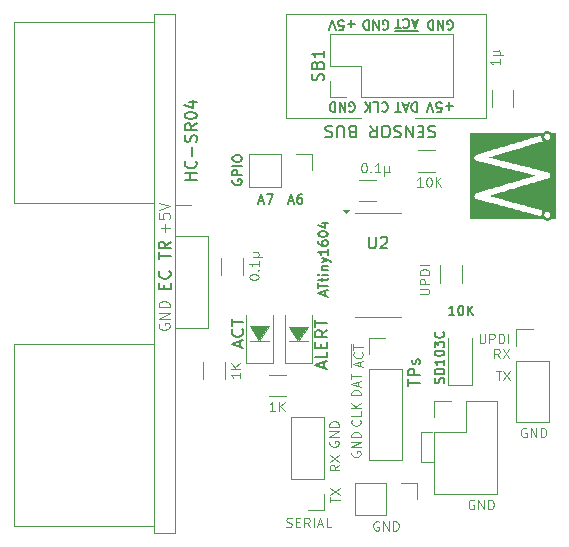
<source format=gbr>
%TF.GenerationSoftware,KiCad,Pcbnew,9.0.4*%
%TF.CreationDate,2025-12-10T09:51:26+01:00*%
%TF.ProjectId,SB_Mod_SR04,53425f4d-6f64-45f5-9352-30342e6b6963,rev?*%
%TF.SameCoordinates,Original*%
%TF.FileFunction,Legend,Top*%
%TF.FilePolarity,Positive*%
%FSLAX46Y46*%
G04 Gerber Fmt 4.6, Leading zero omitted, Abs format (unit mm)*
G04 Created by KiCad (PCBNEW 9.0.4) date 2025-12-10 09:51:26*
%MOMM*%
%LPD*%
G01*
G04 APERTURE LIST*
%ADD10C,0.100000*%
%ADD11C,0.150000*%
%ADD12C,0.000000*%
%ADD13C,0.120000*%
G04 APERTURE END LIST*
D10*
X124891800Y-111556800D02*
X123952000Y-111556800D01*
X123952000Y-114096800D02*
X124917200Y-114096800D01*
X123952000Y-111556800D02*
X123952000Y-114096800D01*
X112553980Y-119543600D02*
X112668266Y-119581695D01*
X112668266Y-119581695D02*
X112858742Y-119581695D01*
X112858742Y-119581695D02*
X112934933Y-119543600D01*
X112934933Y-119543600D02*
X112973028Y-119505504D01*
X112973028Y-119505504D02*
X113011123Y-119429314D01*
X113011123Y-119429314D02*
X113011123Y-119353123D01*
X113011123Y-119353123D02*
X112973028Y-119276933D01*
X112973028Y-119276933D02*
X112934933Y-119238838D01*
X112934933Y-119238838D02*
X112858742Y-119200742D01*
X112858742Y-119200742D02*
X112706361Y-119162647D01*
X112706361Y-119162647D02*
X112630171Y-119124552D01*
X112630171Y-119124552D02*
X112592076Y-119086457D01*
X112592076Y-119086457D02*
X112553980Y-119010266D01*
X112553980Y-119010266D02*
X112553980Y-118934076D01*
X112553980Y-118934076D02*
X112592076Y-118857885D01*
X112592076Y-118857885D02*
X112630171Y-118819790D01*
X112630171Y-118819790D02*
X112706361Y-118781695D01*
X112706361Y-118781695D02*
X112896838Y-118781695D01*
X112896838Y-118781695D02*
X113011123Y-118819790D01*
X113353981Y-119162647D02*
X113620647Y-119162647D01*
X113734933Y-119581695D02*
X113353981Y-119581695D01*
X113353981Y-119581695D02*
X113353981Y-118781695D01*
X113353981Y-118781695D02*
X113734933Y-118781695D01*
X114534934Y-119581695D02*
X114268267Y-119200742D01*
X114077791Y-119581695D02*
X114077791Y-118781695D01*
X114077791Y-118781695D02*
X114382553Y-118781695D01*
X114382553Y-118781695D02*
X114458743Y-118819790D01*
X114458743Y-118819790D02*
X114496838Y-118857885D01*
X114496838Y-118857885D02*
X114534934Y-118934076D01*
X114534934Y-118934076D02*
X114534934Y-119048361D01*
X114534934Y-119048361D02*
X114496838Y-119124552D01*
X114496838Y-119124552D02*
X114458743Y-119162647D01*
X114458743Y-119162647D02*
X114382553Y-119200742D01*
X114382553Y-119200742D02*
X114077791Y-119200742D01*
X114877791Y-119581695D02*
X114877791Y-118781695D01*
X115220647Y-119353123D02*
X115601600Y-119353123D01*
X115144457Y-119581695D02*
X115411124Y-118781695D01*
X115411124Y-118781695D02*
X115677790Y-119581695D01*
X116325409Y-119581695D02*
X115944457Y-119581695D01*
X115944457Y-119581695D02*
X115944457Y-118781695D01*
X118794323Y-105953830D02*
X118794323Y-105572877D01*
X119022895Y-106030020D02*
X118222895Y-105763353D01*
X118222895Y-105763353D02*
X119022895Y-105496687D01*
X118946704Y-104772877D02*
X118984800Y-104810973D01*
X118984800Y-104810973D02*
X119022895Y-104925258D01*
X119022895Y-104925258D02*
X119022895Y-105001449D01*
X119022895Y-105001449D02*
X118984800Y-105115735D01*
X118984800Y-105115735D02*
X118908609Y-105191925D01*
X118908609Y-105191925D02*
X118832419Y-105230020D01*
X118832419Y-105230020D02*
X118680038Y-105268116D01*
X118680038Y-105268116D02*
X118565752Y-105268116D01*
X118565752Y-105268116D02*
X118413371Y-105230020D01*
X118413371Y-105230020D02*
X118337180Y-105191925D01*
X118337180Y-105191925D02*
X118260990Y-105115735D01*
X118260990Y-105115735D02*
X118222895Y-105001449D01*
X118222895Y-105001449D02*
X118222895Y-104925258D01*
X118222895Y-104925258D02*
X118260990Y-104810973D01*
X118260990Y-104810973D02*
X118299085Y-104772877D01*
X118222895Y-104544306D02*
X118222895Y-104087163D01*
X119022895Y-104315735D02*
X118222895Y-104315735D01*
X118000800Y-106026211D02*
X118000800Y-104090973D01*
D11*
X125136039Y-85623400D02*
X124993182Y-85575780D01*
X124993182Y-85575780D02*
X124755087Y-85575780D01*
X124755087Y-85575780D02*
X124659849Y-85623400D01*
X124659849Y-85623400D02*
X124612230Y-85671019D01*
X124612230Y-85671019D02*
X124564611Y-85766257D01*
X124564611Y-85766257D02*
X124564611Y-85861495D01*
X124564611Y-85861495D02*
X124612230Y-85956733D01*
X124612230Y-85956733D02*
X124659849Y-86004352D01*
X124659849Y-86004352D02*
X124755087Y-86051971D01*
X124755087Y-86051971D02*
X124945563Y-86099590D01*
X124945563Y-86099590D02*
X125040801Y-86147209D01*
X125040801Y-86147209D02*
X125088420Y-86194828D01*
X125088420Y-86194828D02*
X125136039Y-86290066D01*
X125136039Y-86290066D02*
X125136039Y-86385304D01*
X125136039Y-86385304D02*
X125088420Y-86480542D01*
X125088420Y-86480542D02*
X125040801Y-86528161D01*
X125040801Y-86528161D02*
X124945563Y-86575780D01*
X124945563Y-86575780D02*
X124707468Y-86575780D01*
X124707468Y-86575780D02*
X124564611Y-86528161D01*
X124136039Y-86099590D02*
X123802706Y-86099590D01*
X123659849Y-85575780D02*
X124136039Y-85575780D01*
X124136039Y-85575780D02*
X124136039Y-86575780D01*
X124136039Y-86575780D02*
X123659849Y-86575780D01*
X123231277Y-85575780D02*
X123231277Y-86575780D01*
X123231277Y-86575780D02*
X122659849Y-85575780D01*
X122659849Y-85575780D02*
X122659849Y-86575780D01*
X122231277Y-85623400D02*
X122088420Y-85575780D01*
X122088420Y-85575780D02*
X121850325Y-85575780D01*
X121850325Y-85575780D02*
X121755087Y-85623400D01*
X121755087Y-85623400D02*
X121707468Y-85671019D01*
X121707468Y-85671019D02*
X121659849Y-85766257D01*
X121659849Y-85766257D02*
X121659849Y-85861495D01*
X121659849Y-85861495D02*
X121707468Y-85956733D01*
X121707468Y-85956733D02*
X121755087Y-86004352D01*
X121755087Y-86004352D02*
X121850325Y-86051971D01*
X121850325Y-86051971D02*
X122040801Y-86099590D01*
X122040801Y-86099590D02*
X122136039Y-86147209D01*
X122136039Y-86147209D02*
X122183658Y-86194828D01*
X122183658Y-86194828D02*
X122231277Y-86290066D01*
X122231277Y-86290066D02*
X122231277Y-86385304D01*
X122231277Y-86385304D02*
X122183658Y-86480542D01*
X122183658Y-86480542D02*
X122136039Y-86528161D01*
X122136039Y-86528161D02*
X122040801Y-86575780D01*
X122040801Y-86575780D02*
X121802706Y-86575780D01*
X121802706Y-86575780D02*
X121659849Y-86528161D01*
X121040801Y-86575780D02*
X120850325Y-86575780D01*
X120850325Y-86575780D02*
X120755087Y-86528161D01*
X120755087Y-86528161D02*
X120659849Y-86432923D01*
X120659849Y-86432923D02*
X120612230Y-86242447D01*
X120612230Y-86242447D02*
X120612230Y-85909114D01*
X120612230Y-85909114D02*
X120659849Y-85718638D01*
X120659849Y-85718638D02*
X120755087Y-85623400D01*
X120755087Y-85623400D02*
X120850325Y-85575780D01*
X120850325Y-85575780D02*
X121040801Y-85575780D01*
X121040801Y-85575780D02*
X121136039Y-85623400D01*
X121136039Y-85623400D02*
X121231277Y-85718638D01*
X121231277Y-85718638D02*
X121278896Y-85909114D01*
X121278896Y-85909114D02*
X121278896Y-86242447D01*
X121278896Y-86242447D02*
X121231277Y-86432923D01*
X121231277Y-86432923D02*
X121136039Y-86528161D01*
X121136039Y-86528161D02*
X121040801Y-86575780D01*
X119612230Y-85575780D02*
X119945563Y-86051971D01*
X120183658Y-85575780D02*
X120183658Y-86575780D01*
X120183658Y-86575780D02*
X119802706Y-86575780D01*
X119802706Y-86575780D02*
X119707468Y-86528161D01*
X119707468Y-86528161D02*
X119659849Y-86480542D01*
X119659849Y-86480542D02*
X119612230Y-86385304D01*
X119612230Y-86385304D02*
X119612230Y-86242447D01*
X119612230Y-86242447D02*
X119659849Y-86147209D01*
X119659849Y-86147209D02*
X119707468Y-86099590D01*
X119707468Y-86099590D02*
X119802706Y-86051971D01*
X119802706Y-86051971D02*
X120183658Y-86051971D01*
X118088420Y-86099590D02*
X117945563Y-86051971D01*
X117945563Y-86051971D02*
X117897944Y-86004352D01*
X117897944Y-86004352D02*
X117850325Y-85909114D01*
X117850325Y-85909114D02*
X117850325Y-85766257D01*
X117850325Y-85766257D02*
X117897944Y-85671019D01*
X117897944Y-85671019D02*
X117945563Y-85623400D01*
X117945563Y-85623400D02*
X118040801Y-85575780D01*
X118040801Y-85575780D02*
X118421753Y-85575780D01*
X118421753Y-85575780D02*
X118421753Y-86575780D01*
X118421753Y-86575780D02*
X118088420Y-86575780D01*
X118088420Y-86575780D02*
X117993182Y-86528161D01*
X117993182Y-86528161D02*
X117945563Y-86480542D01*
X117945563Y-86480542D02*
X117897944Y-86385304D01*
X117897944Y-86385304D02*
X117897944Y-86290066D01*
X117897944Y-86290066D02*
X117945563Y-86194828D01*
X117945563Y-86194828D02*
X117993182Y-86147209D01*
X117993182Y-86147209D02*
X118088420Y-86099590D01*
X118088420Y-86099590D02*
X118421753Y-86099590D01*
X117421753Y-86575780D02*
X117421753Y-85766257D01*
X117421753Y-85766257D02*
X117374134Y-85671019D01*
X117374134Y-85671019D02*
X117326515Y-85623400D01*
X117326515Y-85623400D02*
X117231277Y-85575780D01*
X117231277Y-85575780D02*
X117040801Y-85575780D01*
X117040801Y-85575780D02*
X116945563Y-85623400D01*
X116945563Y-85623400D02*
X116897944Y-85671019D01*
X116897944Y-85671019D02*
X116850325Y-85766257D01*
X116850325Y-85766257D02*
X116850325Y-86575780D01*
X116421753Y-85623400D02*
X116278896Y-85575780D01*
X116278896Y-85575780D02*
X116040801Y-85575780D01*
X116040801Y-85575780D02*
X115945563Y-85623400D01*
X115945563Y-85623400D02*
X115897944Y-85671019D01*
X115897944Y-85671019D02*
X115850325Y-85766257D01*
X115850325Y-85766257D02*
X115850325Y-85861495D01*
X115850325Y-85861495D02*
X115897944Y-85956733D01*
X115897944Y-85956733D02*
X115945563Y-86004352D01*
X115945563Y-86004352D02*
X116040801Y-86051971D01*
X116040801Y-86051971D02*
X116231277Y-86099590D01*
X116231277Y-86099590D02*
X116326515Y-86147209D01*
X116326515Y-86147209D02*
X116374134Y-86194828D01*
X116374134Y-86194828D02*
X116421753Y-86290066D01*
X116421753Y-86290066D02*
X116421753Y-86385304D01*
X116421753Y-86385304D02*
X116374134Y-86480542D01*
X116374134Y-86480542D02*
X116326515Y-86528161D01*
X116326515Y-86528161D02*
X116231277Y-86575780D01*
X116231277Y-86575780D02*
X115993182Y-86575780D01*
X115993182Y-86575780D02*
X115850325Y-86528161D01*
D10*
X118839562Y-108404934D02*
X118039562Y-108404934D01*
X118039562Y-108404934D02*
X118039562Y-108214458D01*
X118039562Y-108214458D02*
X118077657Y-108100172D01*
X118077657Y-108100172D02*
X118153847Y-108023982D01*
X118153847Y-108023982D02*
X118230038Y-107985887D01*
X118230038Y-107985887D02*
X118382419Y-107947791D01*
X118382419Y-107947791D02*
X118496705Y-107947791D01*
X118496705Y-107947791D02*
X118649086Y-107985887D01*
X118649086Y-107985887D02*
X118725276Y-108023982D01*
X118725276Y-108023982D02*
X118801467Y-108100172D01*
X118801467Y-108100172D02*
X118839562Y-108214458D01*
X118839562Y-108214458D02*
X118839562Y-108404934D01*
X118610990Y-107643030D02*
X118610990Y-107262077D01*
X118839562Y-107719220D02*
X118039562Y-107452553D01*
X118039562Y-107452553D02*
X118839562Y-107185887D01*
X118039562Y-107033506D02*
X118039562Y-106576363D01*
X118839562Y-106804935D02*
X118039562Y-106804935D01*
X116267095Y-117485420D02*
X116267095Y-117028277D01*
X117067095Y-117256849D02*
X116267095Y-117256849D01*
X116267095Y-116837801D02*
X117067095Y-116304467D01*
X116267095Y-116304467D02*
X117067095Y-116837801D01*
D11*
X112763371Y-91954723D02*
X113144324Y-91954723D01*
X112687181Y-92183295D02*
X112953848Y-91383295D01*
X112953848Y-91383295D02*
X113220514Y-92183295D01*
X113830038Y-91383295D02*
X113677657Y-91383295D01*
X113677657Y-91383295D02*
X113601466Y-91421390D01*
X113601466Y-91421390D02*
X113563371Y-91459485D01*
X113563371Y-91459485D02*
X113487181Y-91573771D01*
X113487181Y-91573771D02*
X113449085Y-91726152D01*
X113449085Y-91726152D02*
X113449085Y-92030914D01*
X113449085Y-92030914D02*
X113487181Y-92107104D01*
X113487181Y-92107104D02*
X113525276Y-92145200D01*
X113525276Y-92145200D02*
X113601466Y-92183295D01*
X113601466Y-92183295D02*
X113753847Y-92183295D01*
X113753847Y-92183295D02*
X113830038Y-92145200D01*
X113830038Y-92145200D02*
X113868133Y-92107104D01*
X113868133Y-92107104D02*
X113906228Y-92030914D01*
X113906228Y-92030914D02*
X113906228Y-91840438D01*
X113906228Y-91840438D02*
X113868133Y-91764247D01*
X113868133Y-91764247D02*
X113830038Y-91726152D01*
X113830038Y-91726152D02*
X113753847Y-91688057D01*
X113753847Y-91688057D02*
X113601466Y-91688057D01*
X113601466Y-91688057D02*
X113525276Y-91726152D01*
X113525276Y-91726152D02*
X113487181Y-91764247D01*
X113487181Y-91764247D02*
X113449085Y-91840438D01*
D10*
X128903040Y-103193540D02*
X128903040Y-103841159D01*
X128903040Y-103841159D02*
X128941135Y-103917349D01*
X128941135Y-103917349D02*
X128979230Y-103955445D01*
X128979230Y-103955445D02*
X129055421Y-103993540D01*
X129055421Y-103993540D02*
X129207802Y-103993540D01*
X129207802Y-103993540D02*
X129283992Y-103955445D01*
X129283992Y-103955445D02*
X129322087Y-103917349D01*
X129322087Y-103917349D02*
X129360183Y-103841159D01*
X129360183Y-103841159D02*
X129360183Y-103193540D01*
X129741135Y-103993540D02*
X129741135Y-103193540D01*
X129741135Y-103193540D02*
X130045897Y-103193540D01*
X130045897Y-103193540D02*
X130122087Y-103231635D01*
X130122087Y-103231635D02*
X130160182Y-103269730D01*
X130160182Y-103269730D02*
X130198278Y-103345921D01*
X130198278Y-103345921D02*
X130198278Y-103460206D01*
X130198278Y-103460206D02*
X130160182Y-103536397D01*
X130160182Y-103536397D02*
X130122087Y-103574492D01*
X130122087Y-103574492D02*
X130045897Y-103612587D01*
X130045897Y-103612587D02*
X129741135Y-103612587D01*
X130541135Y-103993540D02*
X130541135Y-103193540D01*
X130541135Y-103193540D02*
X130731611Y-103193540D01*
X130731611Y-103193540D02*
X130845897Y-103231635D01*
X130845897Y-103231635D02*
X130922087Y-103307825D01*
X130922087Y-103307825D02*
X130960182Y-103384016D01*
X130960182Y-103384016D02*
X130998278Y-103536397D01*
X130998278Y-103536397D02*
X130998278Y-103650683D01*
X130998278Y-103650683D02*
X130960182Y-103803064D01*
X130960182Y-103803064D02*
X130922087Y-103879254D01*
X130922087Y-103879254D02*
X130845897Y-103955445D01*
X130845897Y-103955445D02*
X130731611Y-103993540D01*
X130731611Y-103993540D02*
X130541135Y-103993540D01*
X131341135Y-103993540D02*
X131341135Y-103193540D01*
X130617325Y-105281495D02*
X130350658Y-104900542D01*
X130160182Y-105281495D02*
X130160182Y-104481495D01*
X130160182Y-104481495D02*
X130464944Y-104481495D01*
X130464944Y-104481495D02*
X130541134Y-104519590D01*
X130541134Y-104519590D02*
X130579229Y-104557685D01*
X130579229Y-104557685D02*
X130617325Y-104633876D01*
X130617325Y-104633876D02*
X130617325Y-104748161D01*
X130617325Y-104748161D02*
X130579229Y-104824352D01*
X130579229Y-104824352D02*
X130541134Y-104862447D01*
X130541134Y-104862447D02*
X130464944Y-104900542D01*
X130464944Y-104900542D02*
X130160182Y-104900542D01*
X130883991Y-104481495D02*
X131417325Y-105281495D01*
X131417325Y-104481495D02*
X130883991Y-105281495D01*
D11*
X110223371Y-91954723D02*
X110604324Y-91954723D01*
X110147181Y-92183295D02*
X110413848Y-91383295D01*
X110413848Y-91383295D02*
X110680514Y-92183295D01*
X110870990Y-91383295D02*
X111404324Y-91383295D01*
X111404324Y-91383295D02*
X111061466Y-92183295D01*
D10*
X130276676Y-106335695D02*
X130733819Y-106335695D01*
X130505247Y-107135695D02*
X130505247Y-106335695D01*
X130924295Y-106335695D02*
X131457629Y-107135695D01*
X131457629Y-106335695D02*
X130924295Y-107135695D01*
X118763371Y-110487791D02*
X118801467Y-110525887D01*
X118801467Y-110525887D02*
X118839562Y-110640172D01*
X118839562Y-110640172D02*
X118839562Y-110716363D01*
X118839562Y-110716363D02*
X118801467Y-110830649D01*
X118801467Y-110830649D02*
X118725276Y-110906839D01*
X118725276Y-110906839D02*
X118649086Y-110944934D01*
X118649086Y-110944934D02*
X118496705Y-110983030D01*
X118496705Y-110983030D02*
X118382419Y-110983030D01*
X118382419Y-110983030D02*
X118230038Y-110944934D01*
X118230038Y-110944934D02*
X118153847Y-110906839D01*
X118153847Y-110906839D02*
X118077657Y-110830649D01*
X118077657Y-110830649D02*
X118039562Y-110716363D01*
X118039562Y-110716363D02*
X118039562Y-110640172D01*
X118039562Y-110640172D02*
X118077657Y-110525887D01*
X118077657Y-110525887D02*
X118115752Y-110487791D01*
X118839562Y-109763982D02*
X118839562Y-110144934D01*
X118839562Y-110144934D02*
X118039562Y-110144934D01*
X118839562Y-109497315D02*
X118039562Y-109497315D01*
X118839562Y-109040172D02*
X118382419Y-109383030D01*
X118039562Y-109040172D02*
X118496705Y-109497315D01*
X117016295Y-114297791D02*
X116635342Y-114564458D01*
X117016295Y-114754934D02*
X116216295Y-114754934D01*
X116216295Y-114754934D02*
X116216295Y-114450172D01*
X116216295Y-114450172D02*
X116254390Y-114373982D01*
X116254390Y-114373982D02*
X116292485Y-114335887D01*
X116292485Y-114335887D02*
X116368676Y-114297791D01*
X116368676Y-114297791D02*
X116482961Y-114297791D01*
X116482961Y-114297791D02*
X116559152Y-114335887D01*
X116559152Y-114335887D02*
X116597247Y-114373982D01*
X116597247Y-114373982D02*
X116635342Y-114450172D01*
X116635342Y-114450172D02*
X116635342Y-114754934D01*
X116216295Y-114031125D02*
X117016295Y-113497791D01*
X116216295Y-113497791D02*
X117016295Y-114031125D01*
X128422476Y-117295790D02*
X128346286Y-117257695D01*
X128346286Y-117257695D02*
X128232000Y-117257695D01*
X128232000Y-117257695D02*
X128117714Y-117295790D01*
X128117714Y-117295790D02*
X128041524Y-117371980D01*
X128041524Y-117371980D02*
X128003429Y-117448171D01*
X128003429Y-117448171D02*
X127965333Y-117600552D01*
X127965333Y-117600552D02*
X127965333Y-117714838D01*
X127965333Y-117714838D02*
X128003429Y-117867219D01*
X128003429Y-117867219D02*
X128041524Y-117943409D01*
X128041524Y-117943409D02*
X128117714Y-118019600D01*
X128117714Y-118019600D02*
X128232000Y-118057695D01*
X128232000Y-118057695D02*
X128308191Y-118057695D01*
X128308191Y-118057695D02*
X128422476Y-118019600D01*
X128422476Y-118019600D02*
X128460572Y-117981504D01*
X128460572Y-117981504D02*
X128460572Y-117714838D01*
X128460572Y-117714838D02*
X128308191Y-117714838D01*
X128803429Y-118057695D02*
X128803429Y-117257695D01*
X128803429Y-117257695D02*
X129260572Y-118057695D01*
X129260572Y-118057695D02*
X129260572Y-117257695D01*
X129641524Y-118057695D02*
X129641524Y-117257695D01*
X129641524Y-117257695D02*
X129832000Y-117257695D01*
X129832000Y-117257695D02*
X129946286Y-117295790D01*
X129946286Y-117295790D02*
X130022476Y-117371980D01*
X130022476Y-117371980D02*
X130060571Y-117448171D01*
X130060571Y-117448171D02*
X130098667Y-117600552D01*
X130098667Y-117600552D02*
X130098667Y-117714838D01*
X130098667Y-117714838D02*
X130060571Y-117867219D01*
X130060571Y-117867219D02*
X130022476Y-117943409D01*
X130022476Y-117943409D02*
X129946286Y-118019600D01*
X129946286Y-118019600D02*
X129832000Y-118057695D01*
X129832000Y-118057695D02*
X129641524Y-118057695D01*
X123836295Y-99847246D02*
X124483914Y-99847246D01*
X124483914Y-99847246D02*
X124560104Y-99809151D01*
X124560104Y-99809151D02*
X124598200Y-99771056D01*
X124598200Y-99771056D02*
X124636295Y-99694865D01*
X124636295Y-99694865D02*
X124636295Y-99542484D01*
X124636295Y-99542484D02*
X124598200Y-99466294D01*
X124598200Y-99466294D02*
X124560104Y-99428199D01*
X124560104Y-99428199D02*
X124483914Y-99390103D01*
X124483914Y-99390103D02*
X123836295Y-99390103D01*
X124636295Y-99009151D02*
X123836295Y-99009151D01*
X123836295Y-99009151D02*
X123836295Y-98704389D01*
X123836295Y-98704389D02*
X123874390Y-98628199D01*
X123874390Y-98628199D02*
X123912485Y-98590104D01*
X123912485Y-98590104D02*
X123988676Y-98552008D01*
X123988676Y-98552008D02*
X124102961Y-98552008D01*
X124102961Y-98552008D02*
X124179152Y-98590104D01*
X124179152Y-98590104D02*
X124217247Y-98628199D01*
X124217247Y-98628199D02*
X124255342Y-98704389D01*
X124255342Y-98704389D02*
X124255342Y-99009151D01*
X124636295Y-98209151D02*
X123836295Y-98209151D01*
X123836295Y-98209151D02*
X123836295Y-98018675D01*
X123836295Y-98018675D02*
X123874390Y-97904389D01*
X123874390Y-97904389D02*
X123950580Y-97828199D01*
X123950580Y-97828199D02*
X124026771Y-97790104D01*
X124026771Y-97790104D02*
X124179152Y-97752008D01*
X124179152Y-97752008D02*
X124293438Y-97752008D01*
X124293438Y-97752008D02*
X124445819Y-97790104D01*
X124445819Y-97790104D02*
X124522009Y-97828199D01*
X124522009Y-97828199D02*
X124598200Y-97904389D01*
X124598200Y-97904389D02*
X124636295Y-98018675D01*
X124636295Y-98018675D02*
X124636295Y-98209151D01*
X124636295Y-97409151D02*
X123836295Y-97409151D01*
X118077657Y-113192887D02*
X118039562Y-113269077D01*
X118039562Y-113269077D02*
X118039562Y-113383363D01*
X118039562Y-113383363D02*
X118077657Y-113497649D01*
X118077657Y-113497649D02*
X118153847Y-113573839D01*
X118153847Y-113573839D02*
X118230038Y-113611934D01*
X118230038Y-113611934D02*
X118382419Y-113650030D01*
X118382419Y-113650030D02*
X118496705Y-113650030D01*
X118496705Y-113650030D02*
X118649086Y-113611934D01*
X118649086Y-113611934D02*
X118725276Y-113573839D01*
X118725276Y-113573839D02*
X118801467Y-113497649D01*
X118801467Y-113497649D02*
X118839562Y-113383363D01*
X118839562Y-113383363D02*
X118839562Y-113307172D01*
X118839562Y-113307172D02*
X118801467Y-113192887D01*
X118801467Y-113192887D02*
X118763371Y-113154791D01*
X118763371Y-113154791D02*
X118496705Y-113154791D01*
X118496705Y-113154791D02*
X118496705Y-113307172D01*
X118839562Y-112811934D02*
X118039562Y-112811934D01*
X118039562Y-112811934D02*
X118839562Y-112354791D01*
X118839562Y-112354791D02*
X118039562Y-112354791D01*
X118839562Y-111973839D02*
X118039562Y-111973839D01*
X118039562Y-111973839D02*
X118039562Y-111783363D01*
X118039562Y-111783363D02*
X118077657Y-111669077D01*
X118077657Y-111669077D02*
X118153847Y-111592887D01*
X118153847Y-111592887D02*
X118230038Y-111554792D01*
X118230038Y-111554792D02*
X118382419Y-111516696D01*
X118382419Y-111516696D02*
X118496705Y-111516696D01*
X118496705Y-111516696D02*
X118649086Y-111554792D01*
X118649086Y-111554792D02*
X118725276Y-111592887D01*
X118725276Y-111592887D02*
X118801467Y-111669077D01*
X118801467Y-111669077D02*
X118839562Y-111783363D01*
X118839562Y-111783363D02*
X118839562Y-111973839D01*
X132867476Y-111225190D02*
X132791286Y-111187095D01*
X132791286Y-111187095D02*
X132677000Y-111187095D01*
X132677000Y-111187095D02*
X132562714Y-111225190D01*
X132562714Y-111225190D02*
X132486524Y-111301380D01*
X132486524Y-111301380D02*
X132448429Y-111377571D01*
X132448429Y-111377571D02*
X132410333Y-111529952D01*
X132410333Y-111529952D02*
X132410333Y-111644238D01*
X132410333Y-111644238D02*
X132448429Y-111796619D01*
X132448429Y-111796619D02*
X132486524Y-111872809D01*
X132486524Y-111872809D02*
X132562714Y-111949000D01*
X132562714Y-111949000D02*
X132677000Y-111987095D01*
X132677000Y-111987095D02*
X132753191Y-111987095D01*
X132753191Y-111987095D02*
X132867476Y-111949000D01*
X132867476Y-111949000D02*
X132905572Y-111910904D01*
X132905572Y-111910904D02*
X132905572Y-111644238D01*
X132905572Y-111644238D02*
X132753191Y-111644238D01*
X133248429Y-111987095D02*
X133248429Y-111187095D01*
X133248429Y-111187095D02*
X133705572Y-111987095D01*
X133705572Y-111987095D02*
X133705572Y-111187095D01*
X134086524Y-111987095D02*
X134086524Y-111187095D01*
X134086524Y-111187095D02*
X134277000Y-111187095D01*
X134277000Y-111187095D02*
X134391286Y-111225190D01*
X134391286Y-111225190D02*
X134467476Y-111301380D01*
X134467476Y-111301380D02*
X134505571Y-111377571D01*
X134505571Y-111377571D02*
X134543667Y-111529952D01*
X134543667Y-111529952D02*
X134543667Y-111644238D01*
X134543667Y-111644238D02*
X134505571Y-111796619D01*
X134505571Y-111796619D02*
X134467476Y-111872809D01*
X134467476Y-111872809D02*
X134391286Y-111949000D01*
X134391286Y-111949000D02*
X134277000Y-111987095D01*
X134277000Y-111987095D02*
X134086524Y-111987095D01*
X116228990Y-112303887D02*
X116190895Y-112380077D01*
X116190895Y-112380077D02*
X116190895Y-112494363D01*
X116190895Y-112494363D02*
X116228990Y-112608649D01*
X116228990Y-112608649D02*
X116305180Y-112684839D01*
X116305180Y-112684839D02*
X116381371Y-112722934D01*
X116381371Y-112722934D02*
X116533752Y-112761030D01*
X116533752Y-112761030D02*
X116648038Y-112761030D01*
X116648038Y-112761030D02*
X116800419Y-112722934D01*
X116800419Y-112722934D02*
X116876609Y-112684839D01*
X116876609Y-112684839D02*
X116952800Y-112608649D01*
X116952800Y-112608649D02*
X116990895Y-112494363D01*
X116990895Y-112494363D02*
X116990895Y-112418172D01*
X116990895Y-112418172D02*
X116952800Y-112303887D01*
X116952800Y-112303887D02*
X116914704Y-112265791D01*
X116914704Y-112265791D02*
X116648038Y-112265791D01*
X116648038Y-112265791D02*
X116648038Y-112418172D01*
X116990895Y-111922934D02*
X116190895Y-111922934D01*
X116190895Y-111922934D02*
X116990895Y-111465791D01*
X116990895Y-111465791D02*
X116190895Y-111465791D01*
X116990895Y-111084839D02*
X116190895Y-111084839D01*
X116190895Y-111084839D02*
X116190895Y-110894363D01*
X116190895Y-110894363D02*
X116228990Y-110780077D01*
X116228990Y-110780077D02*
X116305180Y-110703887D01*
X116305180Y-110703887D02*
X116381371Y-110665792D01*
X116381371Y-110665792D02*
X116533752Y-110627696D01*
X116533752Y-110627696D02*
X116648038Y-110627696D01*
X116648038Y-110627696D02*
X116800419Y-110665792D01*
X116800419Y-110665792D02*
X116876609Y-110703887D01*
X116876609Y-110703887D02*
X116952800Y-110780077D01*
X116952800Y-110780077D02*
X116990895Y-110894363D01*
X116990895Y-110894363D02*
X116990895Y-111084839D01*
D11*
X122847219Y-107629077D02*
X122847219Y-107057649D01*
X123847219Y-107343363D02*
X122847219Y-107343363D01*
X123847219Y-106724315D02*
X122847219Y-106724315D01*
X122847219Y-106724315D02*
X122847219Y-106343363D01*
X122847219Y-106343363D02*
X122894838Y-106248125D01*
X122894838Y-106248125D02*
X122942457Y-106200506D01*
X122942457Y-106200506D02*
X123037695Y-106152887D01*
X123037695Y-106152887D02*
X123180552Y-106152887D01*
X123180552Y-106152887D02*
X123275790Y-106200506D01*
X123275790Y-106200506D02*
X123323409Y-106248125D01*
X123323409Y-106248125D02*
X123371028Y-106343363D01*
X123371028Y-106343363D02*
X123371028Y-106724315D01*
X123799600Y-105771934D02*
X123847219Y-105676696D01*
X123847219Y-105676696D02*
X123847219Y-105486220D01*
X123847219Y-105486220D02*
X123799600Y-105390982D01*
X123799600Y-105390982D02*
X123704361Y-105343363D01*
X123704361Y-105343363D02*
X123656742Y-105343363D01*
X123656742Y-105343363D02*
X123561504Y-105390982D01*
X123561504Y-105390982D02*
X123513885Y-105486220D01*
X123513885Y-105486220D02*
X123513885Y-105629077D01*
X123513885Y-105629077D02*
X123466266Y-105724315D01*
X123466266Y-105724315D02*
X123371028Y-105771934D01*
X123371028Y-105771934D02*
X123323409Y-105771934D01*
X123323409Y-105771934D02*
X123228171Y-105724315D01*
X123228171Y-105724315D02*
X123180552Y-105629077D01*
X123180552Y-105629077D02*
X123180552Y-105486220D01*
X123180552Y-105486220D02*
X123228171Y-105390982D01*
D10*
X120370676Y-119109990D02*
X120294486Y-119071895D01*
X120294486Y-119071895D02*
X120180200Y-119071895D01*
X120180200Y-119071895D02*
X120065914Y-119109990D01*
X120065914Y-119109990D02*
X119989724Y-119186180D01*
X119989724Y-119186180D02*
X119951629Y-119262371D01*
X119951629Y-119262371D02*
X119913533Y-119414752D01*
X119913533Y-119414752D02*
X119913533Y-119529038D01*
X119913533Y-119529038D02*
X119951629Y-119681419D01*
X119951629Y-119681419D02*
X119989724Y-119757609D01*
X119989724Y-119757609D02*
X120065914Y-119833800D01*
X120065914Y-119833800D02*
X120180200Y-119871895D01*
X120180200Y-119871895D02*
X120256391Y-119871895D01*
X120256391Y-119871895D02*
X120370676Y-119833800D01*
X120370676Y-119833800D02*
X120408772Y-119795704D01*
X120408772Y-119795704D02*
X120408772Y-119529038D01*
X120408772Y-119529038D02*
X120256391Y-119529038D01*
X120751629Y-119871895D02*
X120751629Y-119071895D01*
X120751629Y-119071895D02*
X121208772Y-119871895D01*
X121208772Y-119871895D02*
X121208772Y-119071895D01*
X121589724Y-119871895D02*
X121589724Y-119071895D01*
X121589724Y-119071895D02*
X121780200Y-119071895D01*
X121780200Y-119071895D02*
X121894486Y-119109990D01*
X121894486Y-119109990D02*
X121970676Y-119186180D01*
X121970676Y-119186180D02*
X122008771Y-119262371D01*
X122008771Y-119262371D02*
X122046867Y-119414752D01*
X122046867Y-119414752D02*
X122046867Y-119529038D01*
X122046867Y-119529038D02*
X122008771Y-119681419D01*
X122008771Y-119681419D02*
X121970676Y-119757609D01*
X121970676Y-119757609D02*
X121894486Y-119833800D01*
X121894486Y-119833800D02*
X121780200Y-119871895D01*
X121780200Y-119871895D02*
X121589724Y-119871895D01*
D11*
X119532495Y-94984219D02*
X119532495Y-95793742D01*
X119532495Y-95793742D02*
X119580114Y-95888980D01*
X119580114Y-95888980D02*
X119627733Y-95936600D01*
X119627733Y-95936600D02*
X119722971Y-95984219D01*
X119722971Y-95984219D02*
X119913447Y-95984219D01*
X119913447Y-95984219D02*
X120008685Y-95936600D01*
X120008685Y-95936600D02*
X120056304Y-95888980D01*
X120056304Y-95888980D02*
X120103923Y-95793742D01*
X120103923Y-95793742D02*
X120103923Y-94984219D01*
X120532495Y-95079457D02*
X120580114Y-95031838D01*
X120580114Y-95031838D02*
X120675352Y-94984219D01*
X120675352Y-94984219D02*
X120913447Y-94984219D01*
X120913447Y-94984219D02*
X121008685Y-95031838D01*
X121008685Y-95031838D02*
X121056304Y-95079457D01*
X121056304Y-95079457D02*
X121103923Y-95174695D01*
X121103923Y-95174695D02*
X121103923Y-95269933D01*
X121103923Y-95269933D02*
X121056304Y-95412790D01*
X121056304Y-95412790D02*
X120484876Y-95984219D01*
X120484876Y-95984219D02*
X121103923Y-95984219D01*
X115830723Y-99980362D02*
X115830723Y-99599409D01*
X116059295Y-100056552D02*
X115259295Y-99789885D01*
X115259295Y-99789885D02*
X116059295Y-99523219D01*
X115259295Y-99370838D02*
X115259295Y-98913695D01*
X116059295Y-99142267D02*
X115259295Y-99142267D01*
X115525961Y-98761314D02*
X115525961Y-98456552D01*
X115259295Y-98647028D02*
X115945009Y-98647028D01*
X115945009Y-98647028D02*
X116021200Y-98608933D01*
X116021200Y-98608933D02*
X116059295Y-98532743D01*
X116059295Y-98532743D02*
X116059295Y-98456552D01*
X116059295Y-98189885D02*
X115525961Y-98189885D01*
X115259295Y-98189885D02*
X115297390Y-98227981D01*
X115297390Y-98227981D02*
X115335485Y-98189885D01*
X115335485Y-98189885D02*
X115297390Y-98151790D01*
X115297390Y-98151790D02*
X115259295Y-98189885D01*
X115259295Y-98189885D02*
X115335485Y-98189885D01*
X115525961Y-97808933D02*
X116059295Y-97808933D01*
X115602152Y-97808933D02*
X115564057Y-97770838D01*
X115564057Y-97770838D02*
X115525961Y-97694648D01*
X115525961Y-97694648D02*
X115525961Y-97580362D01*
X115525961Y-97580362D02*
X115564057Y-97504171D01*
X115564057Y-97504171D02*
X115640247Y-97466076D01*
X115640247Y-97466076D02*
X116059295Y-97466076D01*
X115525961Y-97161314D02*
X116059295Y-96970838D01*
X115525961Y-96780361D02*
X116059295Y-96970838D01*
X116059295Y-96970838D02*
X116249771Y-97047028D01*
X116249771Y-97047028D02*
X116287866Y-97085123D01*
X116287866Y-97085123D02*
X116325961Y-97161314D01*
X116059295Y-96056552D02*
X116059295Y-96513695D01*
X116059295Y-96285123D02*
X115259295Y-96285123D01*
X115259295Y-96285123D02*
X115373580Y-96361314D01*
X115373580Y-96361314D02*
X115449771Y-96437504D01*
X115449771Y-96437504D02*
X115487866Y-96513695D01*
X115259295Y-95370837D02*
X115259295Y-95523218D01*
X115259295Y-95523218D02*
X115297390Y-95599409D01*
X115297390Y-95599409D02*
X115335485Y-95637504D01*
X115335485Y-95637504D02*
X115449771Y-95713694D01*
X115449771Y-95713694D02*
X115602152Y-95751790D01*
X115602152Y-95751790D02*
X115906914Y-95751790D01*
X115906914Y-95751790D02*
X115983104Y-95713694D01*
X115983104Y-95713694D02*
X116021200Y-95675599D01*
X116021200Y-95675599D02*
X116059295Y-95599409D01*
X116059295Y-95599409D02*
X116059295Y-95447028D01*
X116059295Y-95447028D02*
X116021200Y-95370837D01*
X116021200Y-95370837D02*
X115983104Y-95332742D01*
X115983104Y-95332742D02*
X115906914Y-95294647D01*
X115906914Y-95294647D02*
X115716438Y-95294647D01*
X115716438Y-95294647D02*
X115640247Y-95332742D01*
X115640247Y-95332742D02*
X115602152Y-95370837D01*
X115602152Y-95370837D02*
X115564057Y-95447028D01*
X115564057Y-95447028D02*
X115564057Y-95599409D01*
X115564057Y-95599409D02*
X115602152Y-95675599D01*
X115602152Y-95675599D02*
X115640247Y-95713694D01*
X115640247Y-95713694D02*
X115716438Y-95751790D01*
X115259295Y-94799408D02*
X115259295Y-94723218D01*
X115259295Y-94723218D02*
X115297390Y-94647027D01*
X115297390Y-94647027D02*
X115335485Y-94608932D01*
X115335485Y-94608932D02*
X115411676Y-94570837D01*
X115411676Y-94570837D02*
X115564057Y-94532742D01*
X115564057Y-94532742D02*
X115754533Y-94532742D01*
X115754533Y-94532742D02*
X115906914Y-94570837D01*
X115906914Y-94570837D02*
X115983104Y-94608932D01*
X115983104Y-94608932D02*
X116021200Y-94647027D01*
X116021200Y-94647027D02*
X116059295Y-94723218D01*
X116059295Y-94723218D02*
X116059295Y-94799408D01*
X116059295Y-94799408D02*
X116021200Y-94875599D01*
X116021200Y-94875599D02*
X115983104Y-94913694D01*
X115983104Y-94913694D02*
X115906914Y-94951789D01*
X115906914Y-94951789D02*
X115754533Y-94989885D01*
X115754533Y-94989885D02*
X115564057Y-94989885D01*
X115564057Y-94989885D02*
X115411676Y-94951789D01*
X115411676Y-94951789D02*
X115335485Y-94913694D01*
X115335485Y-94913694D02*
X115297390Y-94875599D01*
X115297390Y-94875599D02*
X115259295Y-94799408D01*
X115525961Y-93847027D02*
X116059295Y-93847027D01*
X115221200Y-94037503D02*
X115792628Y-94227980D01*
X115792628Y-94227980D02*
X115792628Y-93732741D01*
D10*
X130590695Y-79946476D02*
X130590695Y-80403619D01*
X130590695Y-80175047D02*
X129790695Y-80175047D01*
X129790695Y-80175047D02*
X129904980Y-80251238D01*
X129904980Y-80251238D02*
X129981171Y-80327428D01*
X129981171Y-80327428D02*
X130019266Y-80403619D01*
X130057361Y-79603618D02*
X130857361Y-79603618D01*
X130476409Y-79222666D02*
X130552600Y-79184571D01*
X130552600Y-79184571D02*
X130590695Y-79108380D01*
X130476409Y-79603618D02*
X130552600Y-79565523D01*
X130552600Y-79565523D02*
X130590695Y-79489333D01*
X130590695Y-79489333D02*
X130590695Y-79336952D01*
X130590695Y-79336952D02*
X130552600Y-79260761D01*
X130552600Y-79260761D02*
X130476409Y-79222666D01*
X130476409Y-79222666D02*
X130057361Y-79222666D01*
X108620895Y-106496428D02*
X108620895Y-106953571D01*
X108620895Y-106724999D02*
X107820895Y-106724999D01*
X107820895Y-106724999D02*
X107935180Y-106801190D01*
X107935180Y-106801190D02*
X108011371Y-106877380D01*
X108011371Y-106877380D02*
X108049466Y-106953571D01*
X108620895Y-106153570D02*
X107820895Y-106153570D01*
X108620895Y-105696427D02*
X108163752Y-106039285D01*
X107820895Y-105696427D02*
X108278038Y-106153570D01*
D11*
X115713704Y-106090790D02*
X115713704Y-105614600D01*
X115999419Y-106186028D02*
X114999419Y-105852695D01*
X114999419Y-105852695D02*
X115999419Y-105519362D01*
X115999419Y-104709838D02*
X115999419Y-105186028D01*
X115999419Y-105186028D02*
X114999419Y-105186028D01*
X115475609Y-104376504D02*
X115475609Y-104043171D01*
X115999419Y-103900314D02*
X115999419Y-104376504D01*
X115999419Y-104376504D02*
X114999419Y-104376504D01*
X114999419Y-104376504D02*
X114999419Y-103900314D01*
X115999419Y-102900314D02*
X115523228Y-103233647D01*
X115999419Y-103471742D02*
X114999419Y-103471742D01*
X114999419Y-103471742D02*
X114999419Y-103090790D01*
X114999419Y-103090790D02*
X115047038Y-102995552D01*
X115047038Y-102995552D02*
X115094657Y-102947933D01*
X115094657Y-102947933D02*
X115189895Y-102900314D01*
X115189895Y-102900314D02*
X115332752Y-102900314D01*
X115332752Y-102900314D02*
X115427990Y-102947933D01*
X115427990Y-102947933D02*
X115475609Y-102995552D01*
X115475609Y-102995552D02*
X115523228Y-103090790D01*
X115523228Y-103090790D02*
X115523228Y-103471742D01*
X114999419Y-102614599D02*
X114999419Y-102043171D01*
X115999419Y-102328885D02*
X114999419Y-102328885D01*
X115654600Y-81754504D02*
X115702219Y-81611647D01*
X115702219Y-81611647D02*
X115702219Y-81373552D01*
X115702219Y-81373552D02*
X115654600Y-81278314D01*
X115654600Y-81278314D02*
X115606980Y-81230695D01*
X115606980Y-81230695D02*
X115511742Y-81183076D01*
X115511742Y-81183076D02*
X115416504Y-81183076D01*
X115416504Y-81183076D02*
X115321266Y-81230695D01*
X115321266Y-81230695D02*
X115273647Y-81278314D01*
X115273647Y-81278314D02*
X115226028Y-81373552D01*
X115226028Y-81373552D02*
X115178409Y-81564028D01*
X115178409Y-81564028D02*
X115130790Y-81659266D01*
X115130790Y-81659266D02*
X115083171Y-81706885D01*
X115083171Y-81706885D02*
X114987933Y-81754504D01*
X114987933Y-81754504D02*
X114892695Y-81754504D01*
X114892695Y-81754504D02*
X114797457Y-81706885D01*
X114797457Y-81706885D02*
X114749838Y-81659266D01*
X114749838Y-81659266D02*
X114702219Y-81564028D01*
X114702219Y-81564028D02*
X114702219Y-81325933D01*
X114702219Y-81325933D02*
X114749838Y-81183076D01*
X115178409Y-80421171D02*
X115226028Y-80278314D01*
X115226028Y-80278314D02*
X115273647Y-80230695D01*
X115273647Y-80230695D02*
X115368885Y-80183076D01*
X115368885Y-80183076D02*
X115511742Y-80183076D01*
X115511742Y-80183076D02*
X115606980Y-80230695D01*
X115606980Y-80230695D02*
X115654600Y-80278314D01*
X115654600Y-80278314D02*
X115702219Y-80373552D01*
X115702219Y-80373552D02*
X115702219Y-80754504D01*
X115702219Y-80754504D02*
X114702219Y-80754504D01*
X114702219Y-80754504D02*
X114702219Y-80421171D01*
X114702219Y-80421171D02*
X114749838Y-80325933D01*
X114749838Y-80325933D02*
X114797457Y-80278314D01*
X114797457Y-80278314D02*
X114892695Y-80230695D01*
X114892695Y-80230695D02*
X114987933Y-80230695D01*
X114987933Y-80230695D02*
X115083171Y-80278314D01*
X115083171Y-80278314D02*
X115130790Y-80325933D01*
X115130790Y-80325933D02*
X115178409Y-80421171D01*
X115178409Y-80421171D02*
X115178409Y-80754504D01*
X115702219Y-79230695D02*
X115702219Y-79802123D01*
X115702219Y-79516409D02*
X114702219Y-79516409D01*
X114702219Y-79516409D02*
X114845076Y-79611647D01*
X114845076Y-79611647D02*
X114940314Y-79706885D01*
X114940314Y-79706885D02*
X114987933Y-79802123D01*
X118354239Y-76957666D02*
X117744716Y-76957666D01*
X118049477Y-76652904D02*
X118049477Y-77262428D01*
X116982811Y-77452904D02*
X117363763Y-77452904D01*
X117363763Y-77452904D02*
X117401859Y-77071952D01*
X117401859Y-77071952D02*
X117363763Y-77110047D01*
X117363763Y-77110047D02*
X117287573Y-77148142D01*
X117287573Y-77148142D02*
X117097097Y-77148142D01*
X117097097Y-77148142D02*
X117020906Y-77110047D01*
X117020906Y-77110047D02*
X116982811Y-77071952D01*
X116982811Y-77071952D02*
X116944716Y-76995761D01*
X116944716Y-76995761D02*
X116944716Y-76805285D01*
X116944716Y-76805285D02*
X116982811Y-76729095D01*
X116982811Y-76729095D02*
X117020906Y-76691000D01*
X117020906Y-76691000D02*
X117097097Y-76652904D01*
X117097097Y-76652904D02*
X117287573Y-76652904D01*
X117287573Y-76652904D02*
X117363763Y-76691000D01*
X117363763Y-76691000D02*
X117401859Y-76729095D01*
X116716144Y-77452904D02*
X116449477Y-76652904D01*
X116449477Y-76652904D02*
X116182811Y-77452904D01*
X120729192Y-77414809D02*
X120805382Y-77452904D01*
X120805382Y-77452904D02*
X120919668Y-77452904D01*
X120919668Y-77452904D02*
X121033954Y-77414809D01*
X121033954Y-77414809D02*
X121110144Y-77338619D01*
X121110144Y-77338619D02*
X121148239Y-77262428D01*
X121148239Y-77262428D02*
X121186335Y-77110047D01*
X121186335Y-77110047D02*
X121186335Y-76995761D01*
X121186335Y-76995761D02*
X121148239Y-76843380D01*
X121148239Y-76843380D02*
X121110144Y-76767190D01*
X121110144Y-76767190D02*
X121033954Y-76691000D01*
X121033954Y-76691000D02*
X120919668Y-76652904D01*
X120919668Y-76652904D02*
X120843477Y-76652904D01*
X120843477Y-76652904D02*
X120729192Y-76691000D01*
X120729192Y-76691000D02*
X120691096Y-76729095D01*
X120691096Y-76729095D02*
X120691096Y-76995761D01*
X120691096Y-76995761D02*
X120843477Y-76995761D01*
X120348239Y-76652904D02*
X120348239Y-77452904D01*
X120348239Y-77452904D02*
X119891096Y-76652904D01*
X119891096Y-76652904D02*
X119891096Y-77452904D01*
X119510144Y-76652904D02*
X119510144Y-77452904D01*
X119510144Y-77452904D02*
X119319668Y-77452904D01*
X119319668Y-77452904D02*
X119205382Y-77414809D01*
X119205382Y-77414809D02*
X119129192Y-77338619D01*
X119129192Y-77338619D02*
X119091097Y-77262428D01*
X119091097Y-77262428D02*
X119053001Y-77110047D01*
X119053001Y-77110047D02*
X119053001Y-76995761D01*
X119053001Y-76995761D02*
X119091097Y-76843380D01*
X119091097Y-76843380D02*
X119129192Y-76767190D01*
X119129192Y-76767190D02*
X119205382Y-76691000D01*
X119205382Y-76691000D02*
X119319668Y-76652904D01*
X119319668Y-76652904D02*
X119510144Y-76652904D01*
X117884392Y-84374409D02*
X117960582Y-84412504D01*
X117960582Y-84412504D02*
X118074868Y-84412504D01*
X118074868Y-84412504D02*
X118189154Y-84374409D01*
X118189154Y-84374409D02*
X118265344Y-84298219D01*
X118265344Y-84298219D02*
X118303439Y-84222028D01*
X118303439Y-84222028D02*
X118341535Y-84069647D01*
X118341535Y-84069647D02*
X118341535Y-83955361D01*
X118341535Y-83955361D02*
X118303439Y-83802980D01*
X118303439Y-83802980D02*
X118265344Y-83726790D01*
X118265344Y-83726790D02*
X118189154Y-83650600D01*
X118189154Y-83650600D02*
X118074868Y-83612504D01*
X118074868Y-83612504D02*
X117998677Y-83612504D01*
X117998677Y-83612504D02*
X117884392Y-83650600D01*
X117884392Y-83650600D02*
X117846296Y-83688695D01*
X117846296Y-83688695D02*
X117846296Y-83955361D01*
X117846296Y-83955361D02*
X117998677Y-83955361D01*
X117503439Y-83612504D02*
X117503439Y-84412504D01*
X117503439Y-84412504D02*
X117046296Y-83612504D01*
X117046296Y-83612504D02*
X117046296Y-84412504D01*
X116665344Y-83612504D02*
X116665344Y-84412504D01*
X116665344Y-84412504D02*
X116474868Y-84412504D01*
X116474868Y-84412504D02*
X116360582Y-84374409D01*
X116360582Y-84374409D02*
X116284392Y-84298219D01*
X116284392Y-84298219D02*
X116246297Y-84222028D01*
X116246297Y-84222028D02*
X116208201Y-84069647D01*
X116208201Y-84069647D02*
X116208201Y-83955361D01*
X116208201Y-83955361D02*
X116246297Y-83802980D01*
X116246297Y-83802980D02*
X116284392Y-83726790D01*
X116284392Y-83726790D02*
X116360582Y-83650600D01*
X116360582Y-83650600D02*
X116474868Y-83612504D01*
X116474868Y-83612504D02*
X116665344Y-83612504D01*
X123586639Y-83612504D02*
X123586639Y-84412504D01*
X123586639Y-84412504D02*
X123396163Y-84412504D01*
X123396163Y-84412504D02*
X123281877Y-84374409D01*
X123281877Y-84374409D02*
X123205687Y-84298219D01*
X123205687Y-84298219D02*
X123167592Y-84222028D01*
X123167592Y-84222028D02*
X123129496Y-84069647D01*
X123129496Y-84069647D02*
X123129496Y-83955361D01*
X123129496Y-83955361D02*
X123167592Y-83802980D01*
X123167592Y-83802980D02*
X123205687Y-83726790D01*
X123205687Y-83726790D02*
X123281877Y-83650600D01*
X123281877Y-83650600D02*
X123396163Y-83612504D01*
X123396163Y-83612504D02*
X123586639Y-83612504D01*
X122824735Y-83841076D02*
X122443782Y-83841076D01*
X122900925Y-83612504D02*
X122634258Y-84412504D01*
X122634258Y-84412504D02*
X122367592Y-83612504D01*
X122215211Y-84412504D02*
X121758068Y-84412504D01*
X121986640Y-83612504D02*
X121986640Y-84412504D01*
X126215592Y-77414809D02*
X126291782Y-77452904D01*
X126291782Y-77452904D02*
X126406068Y-77452904D01*
X126406068Y-77452904D02*
X126520354Y-77414809D01*
X126520354Y-77414809D02*
X126596544Y-77338619D01*
X126596544Y-77338619D02*
X126634639Y-77262428D01*
X126634639Y-77262428D02*
X126672735Y-77110047D01*
X126672735Y-77110047D02*
X126672735Y-76995761D01*
X126672735Y-76995761D02*
X126634639Y-76843380D01*
X126634639Y-76843380D02*
X126596544Y-76767190D01*
X126596544Y-76767190D02*
X126520354Y-76691000D01*
X126520354Y-76691000D02*
X126406068Y-76652904D01*
X126406068Y-76652904D02*
X126329877Y-76652904D01*
X126329877Y-76652904D02*
X126215592Y-76691000D01*
X126215592Y-76691000D02*
X126177496Y-76729095D01*
X126177496Y-76729095D02*
X126177496Y-76995761D01*
X126177496Y-76995761D02*
X126329877Y-76995761D01*
X125834639Y-76652904D02*
X125834639Y-77452904D01*
X125834639Y-77452904D02*
X125377496Y-76652904D01*
X125377496Y-76652904D02*
X125377496Y-77452904D01*
X124996544Y-76652904D02*
X124996544Y-77452904D01*
X124996544Y-77452904D02*
X124806068Y-77452904D01*
X124806068Y-77452904D02*
X124691782Y-77414809D01*
X124691782Y-77414809D02*
X124615592Y-77338619D01*
X124615592Y-77338619D02*
X124577497Y-77262428D01*
X124577497Y-77262428D02*
X124539401Y-77110047D01*
X124539401Y-77110047D02*
X124539401Y-76995761D01*
X124539401Y-76995761D02*
X124577497Y-76843380D01*
X124577497Y-76843380D02*
X124615592Y-76767190D01*
X124615592Y-76767190D02*
X124691782Y-76691000D01*
X124691782Y-76691000D02*
X124806068Y-76652904D01*
X124806068Y-76652904D02*
X124996544Y-76652904D01*
X126634639Y-83917266D02*
X126025116Y-83917266D01*
X126329877Y-83612504D02*
X126329877Y-84222028D01*
X125263211Y-84412504D02*
X125644163Y-84412504D01*
X125644163Y-84412504D02*
X125682259Y-84031552D01*
X125682259Y-84031552D02*
X125644163Y-84069647D01*
X125644163Y-84069647D02*
X125567973Y-84107742D01*
X125567973Y-84107742D02*
X125377497Y-84107742D01*
X125377497Y-84107742D02*
X125301306Y-84069647D01*
X125301306Y-84069647D02*
X125263211Y-84031552D01*
X125263211Y-84031552D02*
X125225116Y-83955361D01*
X125225116Y-83955361D02*
X125225116Y-83764885D01*
X125225116Y-83764885D02*
X125263211Y-83688695D01*
X125263211Y-83688695D02*
X125301306Y-83650600D01*
X125301306Y-83650600D02*
X125377497Y-83612504D01*
X125377497Y-83612504D02*
X125567973Y-83612504D01*
X125567973Y-83612504D02*
X125644163Y-83650600D01*
X125644163Y-83650600D02*
X125682259Y-83688695D01*
X124996544Y-84412504D02*
X124729877Y-83612504D01*
X124729877Y-83612504D02*
X124463211Y-84412504D01*
X120640296Y-83688695D02*
X120678392Y-83650600D01*
X120678392Y-83650600D02*
X120792677Y-83612504D01*
X120792677Y-83612504D02*
X120868868Y-83612504D01*
X120868868Y-83612504D02*
X120983154Y-83650600D01*
X120983154Y-83650600D02*
X121059344Y-83726790D01*
X121059344Y-83726790D02*
X121097439Y-83802980D01*
X121097439Y-83802980D02*
X121135535Y-83955361D01*
X121135535Y-83955361D02*
X121135535Y-84069647D01*
X121135535Y-84069647D02*
X121097439Y-84222028D01*
X121097439Y-84222028D02*
X121059344Y-84298219D01*
X121059344Y-84298219D02*
X120983154Y-84374409D01*
X120983154Y-84374409D02*
X120868868Y-84412504D01*
X120868868Y-84412504D02*
X120792677Y-84412504D01*
X120792677Y-84412504D02*
X120678392Y-84374409D01*
X120678392Y-84374409D02*
X120640296Y-84336314D01*
X119916487Y-83612504D02*
X120297439Y-83612504D01*
X120297439Y-83612504D02*
X120297439Y-84412504D01*
X119649820Y-83612504D02*
X119649820Y-84412504D01*
X119192677Y-83612504D02*
X119535535Y-84069647D01*
X119192677Y-84412504D02*
X119649820Y-83955361D01*
X123624735Y-76777309D02*
X123243782Y-76777309D01*
X123700925Y-76548737D02*
X123434258Y-77348737D01*
X123434258Y-77348737D02*
X123167592Y-76548737D01*
X122443782Y-76624928D02*
X122481878Y-76586833D01*
X122481878Y-76586833D02*
X122596163Y-76548737D01*
X122596163Y-76548737D02*
X122672354Y-76548737D01*
X122672354Y-76548737D02*
X122786640Y-76586833D01*
X122786640Y-76586833D02*
X122862830Y-76663023D01*
X122862830Y-76663023D02*
X122900925Y-76739213D01*
X122900925Y-76739213D02*
X122939021Y-76891594D01*
X122939021Y-76891594D02*
X122939021Y-77005880D01*
X122939021Y-77005880D02*
X122900925Y-77158261D01*
X122900925Y-77158261D02*
X122862830Y-77234452D01*
X122862830Y-77234452D02*
X122786640Y-77310642D01*
X122786640Y-77310642D02*
X122672354Y-77348737D01*
X122672354Y-77348737D02*
X122596163Y-77348737D01*
X122596163Y-77348737D02*
X122481878Y-77310642D01*
X122481878Y-77310642D02*
X122443782Y-77272547D01*
X122215211Y-77348737D02*
X121758068Y-77348737D01*
X121986640Y-76548737D02*
X121986640Y-77348737D01*
X123697116Y-77570833D02*
X121761878Y-77570833D01*
D10*
X119095561Y-88744295D02*
X119171751Y-88744295D01*
X119171751Y-88744295D02*
X119247942Y-88782390D01*
X119247942Y-88782390D02*
X119286037Y-88820485D01*
X119286037Y-88820485D02*
X119324132Y-88896676D01*
X119324132Y-88896676D02*
X119362227Y-89049057D01*
X119362227Y-89049057D02*
X119362227Y-89239533D01*
X119362227Y-89239533D02*
X119324132Y-89391914D01*
X119324132Y-89391914D02*
X119286037Y-89468104D01*
X119286037Y-89468104D02*
X119247942Y-89506200D01*
X119247942Y-89506200D02*
X119171751Y-89544295D01*
X119171751Y-89544295D02*
X119095561Y-89544295D01*
X119095561Y-89544295D02*
X119019370Y-89506200D01*
X119019370Y-89506200D02*
X118981275Y-89468104D01*
X118981275Y-89468104D02*
X118943180Y-89391914D01*
X118943180Y-89391914D02*
X118905084Y-89239533D01*
X118905084Y-89239533D02*
X118905084Y-89049057D01*
X118905084Y-89049057D02*
X118943180Y-88896676D01*
X118943180Y-88896676D02*
X118981275Y-88820485D01*
X118981275Y-88820485D02*
X119019370Y-88782390D01*
X119019370Y-88782390D02*
X119095561Y-88744295D01*
X119705085Y-89468104D02*
X119743180Y-89506200D01*
X119743180Y-89506200D02*
X119705085Y-89544295D01*
X119705085Y-89544295D02*
X119666989Y-89506200D01*
X119666989Y-89506200D02*
X119705085Y-89468104D01*
X119705085Y-89468104D02*
X119705085Y-89544295D01*
X120505084Y-89544295D02*
X120047941Y-89544295D01*
X120276513Y-89544295D02*
X120276513Y-88744295D01*
X120276513Y-88744295D02*
X120200322Y-88858580D01*
X120200322Y-88858580D02*
X120124132Y-88934771D01*
X120124132Y-88934771D02*
X120047941Y-88972866D01*
X120847942Y-89010961D02*
X120847942Y-89810961D01*
X121228894Y-89430009D02*
X121266989Y-89506200D01*
X121266989Y-89506200D02*
X121343180Y-89544295D01*
X120847942Y-89430009D02*
X120886037Y-89506200D01*
X120886037Y-89506200D02*
X120962227Y-89544295D01*
X120962227Y-89544295D02*
X121114608Y-89544295D01*
X121114608Y-89544295D02*
X121190799Y-89506200D01*
X121190799Y-89506200D02*
X121228894Y-89430009D01*
X121228894Y-89430009D02*
X121228894Y-89010961D01*
D11*
X126777818Y-101632095D02*
X126320675Y-101632095D01*
X126549247Y-101632095D02*
X126549247Y-100832095D01*
X126549247Y-100832095D02*
X126473056Y-100946380D01*
X126473056Y-100946380D02*
X126396866Y-101022571D01*
X126396866Y-101022571D02*
X126320675Y-101060666D01*
X127273057Y-100832095D02*
X127349247Y-100832095D01*
X127349247Y-100832095D02*
X127425438Y-100870190D01*
X127425438Y-100870190D02*
X127463533Y-100908285D01*
X127463533Y-100908285D02*
X127501628Y-100984476D01*
X127501628Y-100984476D02*
X127539723Y-101136857D01*
X127539723Y-101136857D02*
X127539723Y-101327333D01*
X127539723Y-101327333D02*
X127501628Y-101479714D01*
X127501628Y-101479714D02*
X127463533Y-101555904D01*
X127463533Y-101555904D02*
X127425438Y-101594000D01*
X127425438Y-101594000D02*
X127349247Y-101632095D01*
X127349247Y-101632095D02*
X127273057Y-101632095D01*
X127273057Y-101632095D02*
X127196866Y-101594000D01*
X127196866Y-101594000D02*
X127158771Y-101555904D01*
X127158771Y-101555904D02*
X127120676Y-101479714D01*
X127120676Y-101479714D02*
X127082580Y-101327333D01*
X127082580Y-101327333D02*
X127082580Y-101136857D01*
X127082580Y-101136857D02*
X127120676Y-100984476D01*
X127120676Y-100984476D02*
X127158771Y-100908285D01*
X127158771Y-100908285D02*
X127196866Y-100870190D01*
X127196866Y-100870190D02*
X127273057Y-100832095D01*
X127882581Y-101632095D02*
X127882581Y-100832095D01*
X128339724Y-101632095D02*
X127996866Y-101174952D01*
X128339724Y-100832095D02*
X127882581Y-101289238D01*
D10*
X111588571Y-109763895D02*
X111131428Y-109763895D01*
X111360000Y-109763895D02*
X111360000Y-108963895D01*
X111360000Y-108963895D02*
X111283809Y-109078180D01*
X111283809Y-109078180D02*
X111207619Y-109154371D01*
X111207619Y-109154371D02*
X111131428Y-109192466D01*
X111931429Y-109763895D02*
X111931429Y-108963895D01*
X112388572Y-109763895D02*
X112045714Y-109306752D01*
X112388572Y-108963895D02*
X111931429Y-109421038D01*
D11*
X108015190Y-90157199D02*
X107977095Y-90233389D01*
X107977095Y-90233389D02*
X107977095Y-90347675D01*
X107977095Y-90347675D02*
X108015190Y-90461961D01*
X108015190Y-90461961D02*
X108091380Y-90538151D01*
X108091380Y-90538151D02*
X108167571Y-90576246D01*
X108167571Y-90576246D02*
X108319952Y-90614342D01*
X108319952Y-90614342D02*
X108434238Y-90614342D01*
X108434238Y-90614342D02*
X108586619Y-90576246D01*
X108586619Y-90576246D02*
X108662809Y-90538151D01*
X108662809Y-90538151D02*
X108739000Y-90461961D01*
X108739000Y-90461961D02*
X108777095Y-90347675D01*
X108777095Y-90347675D02*
X108777095Y-90271484D01*
X108777095Y-90271484D02*
X108739000Y-90157199D01*
X108739000Y-90157199D02*
X108700904Y-90119103D01*
X108700904Y-90119103D02*
X108434238Y-90119103D01*
X108434238Y-90119103D02*
X108434238Y-90271484D01*
X108777095Y-89776246D02*
X107977095Y-89776246D01*
X107977095Y-89776246D02*
X107977095Y-89471484D01*
X107977095Y-89471484D02*
X108015190Y-89395294D01*
X108015190Y-89395294D02*
X108053285Y-89357199D01*
X108053285Y-89357199D02*
X108129476Y-89319103D01*
X108129476Y-89319103D02*
X108243761Y-89319103D01*
X108243761Y-89319103D02*
X108319952Y-89357199D01*
X108319952Y-89357199D02*
X108358047Y-89395294D01*
X108358047Y-89395294D02*
X108396142Y-89471484D01*
X108396142Y-89471484D02*
X108396142Y-89776246D01*
X108777095Y-88976246D02*
X107977095Y-88976246D01*
X107977095Y-88442913D02*
X107977095Y-88290532D01*
X107977095Y-88290532D02*
X108015190Y-88214342D01*
X108015190Y-88214342D02*
X108091380Y-88138151D01*
X108091380Y-88138151D02*
X108243761Y-88100056D01*
X108243761Y-88100056D02*
X108510428Y-88100056D01*
X108510428Y-88100056D02*
X108662809Y-88138151D01*
X108662809Y-88138151D02*
X108739000Y-88214342D01*
X108739000Y-88214342D02*
X108777095Y-88290532D01*
X108777095Y-88290532D02*
X108777095Y-88442913D01*
X108777095Y-88442913D02*
X108739000Y-88519104D01*
X108739000Y-88519104D02*
X108662809Y-88595294D01*
X108662809Y-88595294D02*
X108510428Y-88633390D01*
X108510428Y-88633390D02*
X108243761Y-88633390D01*
X108243761Y-88633390D02*
X108091380Y-88595294D01*
X108091380Y-88595294D02*
X108015190Y-88519104D01*
X108015190Y-88519104D02*
X107977095Y-88442913D01*
X125851000Y-107403629D02*
X125889095Y-107289343D01*
X125889095Y-107289343D02*
X125889095Y-107098867D01*
X125889095Y-107098867D02*
X125851000Y-107022676D01*
X125851000Y-107022676D02*
X125812904Y-106984581D01*
X125812904Y-106984581D02*
X125736714Y-106946486D01*
X125736714Y-106946486D02*
X125660523Y-106946486D01*
X125660523Y-106946486D02*
X125584333Y-106984581D01*
X125584333Y-106984581D02*
X125546238Y-107022676D01*
X125546238Y-107022676D02*
X125508142Y-107098867D01*
X125508142Y-107098867D02*
X125470047Y-107251248D01*
X125470047Y-107251248D02*
X125431952Y-107327438D01*
X125431952Y-107327438D02*
X125393857Y-107365533D01*
X125393857Y-107365533D02*
X125317666Y-107403629D01*
X125317666Y-107403629D02*
X125241476Y-107403629D01*
X125241476Y-107403629D02*
X125165285Y-107365533D01*
X125165285Y-107365533D02*
X125127190Y-107327438D01*
X125127190Y-107327438D02*
X125089095Y-107251248D01*
X125089095Y-107251248D02*
X125089095Y-107060771D01*
X125089095Y-107060771D02*
X125127190Y-106946486D01*
X125889095Y-106603628D02*
X125089095Y-106603628D01*
X125089095Y-106603628D02*
X125089095Y-106413152D01*
X125089095Y-106413152D02*
X125127190Y-106298866D01*
X125127190Y-106298866D02*
X125203380Y-106222676D01*
X125203380Y-106222676D02*
X125279571Y-106184581D01*
X125279571Y-106184581D02*
X125431952Y-106146485D01*
X125431952Y-106146485D02*
X125546238Y-106146485D01*
X125546238Y-106146485D02*
X125698619Y-106184581D01*
X125698619Y-106184581D02*
X125774809Y-106222676D01*
X125774809Y-106222676D02*
X125851000Y-106298866D01*
X125851000Y-106298866D02*
X125889095Y-106413152D01*
X125889095Y-106413152D02*
X125889095Y-106603628D01*
X125889095Y-105384581D02*
X125889095Y-105841724D01*
X125889095Y-105613152D02*
X125089095Y-105613152D01*
X125089095Y-105613152D02*
X125203380Y-105689343D01*
X125203380Y-105689343D02*
X125279571Y-105765533D01*
X125279571Y-105765533D02*
X125317666Y-105841724D01*
X125089095Y-104889342D02*
X125089095Y-104813152D01*
X125089095Y-104813152D02*
X125127190Y-104736961D01*
X125127190Y-104736961D02*
X125165285Y-104698866D01*
X125165285Y-104698866D02*
X125241476Y-104660771D01*
X125241476Y-104660771D02*
X125393857Y-104622676D01*
X125393857Y-104622676D02*
X125584333Y-104622676D01*
X125584333Y-104622676D02*
X125736714Y-104660771D01*
X125736714Y-104660771D02*
X125812904Y-104698866D01*
X125812904Y-104698866D02*
X125851000Y-104736961D01*
X125851000Y-104736961D02*
X125889095Y-104813152D01*
X125889095Y-104813152D02*
X125889095Y-104889342D01*
X125889095Y-104889342D02*
X125851000Y-104965533D01*
X125851000Y-104965533D02*
X125812904Y-105003628D01*
X125812904Y-105003628D02*
X125736714Y-105041723D01*
X125736714Y-105041723D02*
X125584333Y-105079819D01*
X125584333Y-105079819D02*
X125393857Y-105079819D01*
X125393857Y-105079819D02*
X125241476Y-105041723D01*
X125241476Y-105041723D02*
X125165285Y-105003628D01*
X125165285Y-105003628D02*
X125127190Y-104965533D01*
X125127190Y-104965533D02*
X125089095Y-104889342D01*
X125089095Y-104356009D02*
X125089095Y-103860771D01*
X125089095Y-103860771D02*
X125393857Y-104127437D01*
X125393857Y-104127437D02*
X125393857Y-104013152D01*
X125393857Y-104013152D02*
X125431952Y-103936961D01*
X125431952Y-103936961D02*
X125470047Y-103898866D01*
X125470047Y-103898866D02*
X125546238Y-103860771D01*
X125546238Y-103860771D02*
X125736714Y-103860771D01*
X125736714Y-103860771D02*
X125812904Y-103898866D01*
X125812904Y-103898866D02*
X125851000Y-103936961D01*
X125851000Y-103936961D02*
X125889095Y-104013152D01*
X125889095Y-104013152D02*
X125889095Y-104241723D01*
X125889095Y-104241723D02*
X125851000Y-104317914D01*
X125851000Y-104317914D02*
X125812904Y-104356009D01*
X125812904Y-103060770D02*
X125851000Y-103098866D01*
X125851000Y-103098866D02*
X125889095Y-103213151D01*
X125889095Y-103213151D02*
X125889095Y-103289342D01*
X125889095Y-103289342D02*
X125851000Y-103403628D01*
X125851000Y-103403628D02*
X125774809Y-103479818D01*
X125774809Y-103479818D02*
X125698619Y-103517913D01*
X125698619Y-103517913D02*
X125546238Y-103556009D01*
X125546238Y-103556009D02*
X125431952Y-103556009D01*
X125431952Y-103556009D02*
X125279571Y-103517913D01*
X125279571Y-103517913D02*
X125203380Y-103479818D01*
X125203380Y-103479818D02*
X125127190Y-103403628D01*
X125127190Y-103403628D02*
X125089095Y-103289342D01*
X125089095Y-103289342D02*
X125089095Y-103213151D01*
X125089095Y-103213151D02*
X125127190Y-103098866D01*
X125127190Y-103098866D02*
X125165285Y-103060770D01*
X104948319Y-90201332D02*
X103948319Y-90201332D01*
X104424509Y-90201332D02*
X104424509Y-89629904D01*
X104948319Y-89629904D02*
X103948319Y-89629904D01*
X104853080Y-88582285D02*
X104900700Y-88629904D01*
X104900700Y-88629904D02*
X104948319Y-88772761D01*
X104948319Y-88772761D02*
X104948319Y-88867999D01*
X104948319Y-88867999D02*
X104900700Y-89010856D01*
X104900700Y-89010856D02*
X104805461Y-89106094D01*
X104805461Y-89106094D02*
X104710223Y-89153713D01*
X104710223Y-89153713D02*
X104519747Y-89201332D01*
X104519747Y-89201332D02*
X104376890Y-89201332D01*
X104376890Y-89201332D02*
X104186414Y-89153713D01*
X104186414Y-89153713D02*
X104091176Y-89106094D01*
X104091176Y-89106094D02*
X103995938Y-89010856D01*
X103995938Y-89010856D02*
X103948319Y-88867999D01*
X103948319Y-88867999D02*
X103948319Y-88772761D01*
X103948319Y-88772761D02*
X103995938Y-88629904D01*
X103995938Y-88629904D02*
X104043557Y-88582285D01*
X104567366Y-88153713D02*
X104567366Y-87391809D01*
X104900700Y-86963237D02*
X104948319Y-86820380D01*
X104948319Y-86820380D02*
X104948319Y-86582285D01*
X104948319Y-86582285D02*
X104900700Y-86487047D01*
X104900700Y-86487047D02*
X104853080Y-86439428D01*
X104853080Y-86439428D02*
X104757842Y-86391809D01*
X104757842Y-86391809D02*
X104662604Y-86391809D01*
X104662604Y-86391809D02*
X104567366Y-86439428D01*
X104567366Y-86439428D02*
X104519747Y-86487047D01*
X104519747Y-86487047D02*
X104472128Y-86582285D01*
X104472128Y-86582285D02*
X104424509Y-86772761D01*
X104424509Y-86772761D02*
X104376890Y-86867999D01*
X104376890Y-86867999D02*
X104329271Y-86915618D01*
X104329271Y-86915618D02*
X104234033Y-86963237D01*
X104234033Y-86963237D02*
X104138795Y-86963237D01*
X104138795Y-86963237D02*
X104043557Y-86915618D01*
X104043557Y-86915618D02*
X103995938Y-86867999D01*
X103995938Y-86867999D02*
X103948319Y-86772761D01*
X103948319Y-86772761D02*
X103948319Y-86534666D01*
X103948319Y-86534666D02*
X103995938Y-86391809D01*
X104948319Y-85391809D02*
X104472128Y-85725142D01*
X104948319Y-85963237D02*
X103948319Y-85963237D01*
X103948319Y-85963237D02*
X103948319Y-85582285D01*
X103948319Y-85582285D02*
X103995938Y-85487047D01*
X103995938Y-85487047D02*
X104043557Y-85439428D01*
X104043557Y-85439428D02*
X104138795Y-85391809D01*
X104138795Y-85391809D02*
X104281652Y-85391809D01*
X104281652Y-85391809D02*
X104376890Y-85439428D01*
X104376890Y-85439428D02*
X104424509Y-85487047D01*
X104424509Y-85487047D02*
X104472128Y-85582285D01*
X104472128Y-85582285D02*
X104472128Y-85963237D01*
X103948319Y-84772761D02*
X103948319Y-84677523D01*
X103948319Y-84677523D02*
X103995938Y-84582285D01*
X103995938Y-84582285D02*
X104043557Y-84534666D01*
X104043557Y-84534666D02*
X104138795Y-84487047D01*
X104138795Y-84487047D02*
X104329271Y-84439428D01*
X104329271Y-84439428D02*
X104567366Y-84439428D01*
X104567366Y-84439428D02*
X104757842Y-84487047D01*
X104757842Y-84487047D02*
X104853080Y-84534666D01*
X104853080Y-84534666D02*
X104900700Y-84582285D01*
X104900700Y-84582285D02*
X104948319Y-84677523D01*
X104948319Y-84677523D02*
X104948319Y-84772761D01*
X104948319Y-84772761D02*
X104900700Y-84867999D01*
X104900700Y-84867999D02*
X104853080Y-84915618D01*
X104853080Y-84915618D02*
X104757842Y-84963237D01*
X104757842Y-84963237D02*
X104567366Y-85010856D01*
X104567366Y-85010856D02*
X104329271Y-85010856D01*
X104329271Y-85010856D02*
X104138795Y-84963237D01*
X104138795Y-84963237D02*
X104043557Y-84915618D01*
X104043557Y-84915618D02*
X103995938Y-84867999D01*
X103995938Y-84867999D02*
X103948319Y-84772761D01*
X104281652Y-83582285D02*
X104948319Y-83582285D01*
X103900700Y-83820380D02*
X104614985Y-84058475D01*
X104614985Y-84058475D02*
X104614985Y-83439428D01*
D10*
X101793764Y-102347096D02*
X101750907Y-102432811D01*
X101750907Y-102432811D02*
X101750907Y-102561382D01*
X101750907Y-102561382D02*
X101793764Y-102689953D01*
X101793764Y-102689953D02*
X101879478Y-102775668D01*
X101879478Y-102775668D02*
X101965192Y-102818525D01*
X101965192Y-102818525D02*
X102136621Y-102861382D01*
X102136621Y-102861382D02*
X102265192Y-102861382D01*
X102265192Y-102861382D02*
X102436621Y-102818525D01*
X102436621Y-102818525D02*
X102522335Y-102775668D01*
X102522335Y-102775668D02*
X102608050Y-102689953D01*
X102608050Y-102689953D02*
X102650907Y-102561382D01*
X102650907Y-102561382D02*
X102650907Y-102475668D01*
X102650907Y-102475668D02*
X102608050Y-102347096D01*
X102608050Y-102347096D02*
X102565192Y-102304239D01*
X102565192Y-102304239D02*
X102265192Y-102304239D01*
X102265192Y-102304239D02*
X102265192Y-102475668D01*
X102650907Y-101918525D02*
X101750907Y-101918525D01*
X101750907Y-101918525D02*
X102650907Y-101404239D01*
X102650907Y-101404239D02*
X101750907Y-101404239D01*
X102650907Y-100975668D02*
X101750907Y-100975668D01*
X101750907Y-100975668D02*
X101750907Y-100761382D01*
X101750907Y-100761382D02*
X101793764Y-100632811D01*
X101793764Y-100632811D02*
X101879478Y-100547096D01*
X101879478Y-100547096D02*
X101965192Y-100504239D01*
X101965192Y-100504239D02*
X102136621Y-100461382D01*
X102136621Y-100461382D02*
X102265192Y-100461382D01*
X102265192Y-100461382D02*
X102436621Y-100504239D01*
X102436621Y-100504239D02*
X102522335Y-100547096D01*
X102522335Y-100547096D02*
X102608050Y-100632811D01*
X102608050Y-100632811D02*
X102650907Y-100761382D01*
X102650907Y-100761382D02*
X102650907Y-100975668D01*
X102308050Y-94563525D02*
X102308050Y-93877811D01*
X102650907Y-94220668D02*
X101965192Y-94220668D01*
X101750907Y-93020667D02*
X101750907Y-93449239D01*
X101750907Y-93449239D02*
X102179478Y-93492096D01*
X102179478Y-93492096D02*
X102136621Y-93449239D01*
X102136621Y-93449239D02*
X102093764Y-93363525D01*
X102093764Y-93363525D02*
X102093764Y-93149239D01*
X102093764Y-93149239D02*
X102136621Y-93063525D01*
X102136621Y-93063525D02*
X102179478Y-93020667D01*
X102179478Y-93020667D02*
X102265192Y-92977810D01*
X102265192Y-92977810D02*
X102479478Y-92977810D01*
X102479478Y-92977810D02*
X102565192Y-93020667D01*
X102565192Y-93020667D02*
X102608050Y-93063525D01*
X102608050Y-93063525D02*
X102650907Y-93149239D01*
X102650907Y-93149239D02*
X102650907Y-93363525D01*
X102650907Y-93363525D02*
X102608050Y-93449239D01*
X102608050Y-93449239D02*
X102565192Y-93492096D01*
X101750907Y-92720667D02*
X102650907Y-92420667D01*
X102650907Y-92420667D02*
X101750907Y-92120667D01*
D11*
X101739819Y-96884877D02*
X101739819Y-96313449D01*
X102739819Y-96599163D02*
X101739819Y-96599163D01*
X102739819Y-95408687D02*
X102263628Y-95742020D01*
X102739819Y-95980115D02*
X101739819Y-95980115D01*
X101739819Y-95980115D02*
X101739819Y-95599163D01*
X101739819Y-95599163D02*
X101787438Y-95503925D01*
X101787438Y-95503925D02*
X101835057Y-95456306D01*
X101835057Y-95456306D02*
X101930295Y-95408687D01*
X101930295Y-95408687D02*
X102073152Y-95408687D01*
X102073152Y-95408687D02*
X102168390Y-95456306D01*
X102168390Y-95456306D02*
X102216009Y-95503925D01*
X102216009Y-95503925D02*
X102263628Y-95599163D01*
X102263628Y-95599163D02*
X102263628Y-95980115D01*
X102216009Y-99383620D02*
X102216009Y-99050287D01*
X102739819Y-98907430D02*
X102739819Y-99383620D01*
X102739819Y-99383620D02*
X101739819Y-99383620D01*
X101739819Y-99383620D02*
X101739819Y-98907430D01*
X102644580Y-97907430D02*
X102692200Y-97955049D01*
X102692200Y-97955049D02*
X102739819Y-98097906D01*
X102739819Y-98097906D02*
X102739819Y-98193144D01*
X102739819Y-98193144D02*
X102692200Y-98336001D01*
X102692200Y-98336001D02*
X102596961Y-98431239D01*
X102596961Y-98431239D02*
X102501723Y-98478858D01*
X102501723Y-98478858D02*
X102311247Y-98526477D01*
X102311247Y-98526477D02*
X102168390Y-98526477D01*
X102168390Y-98526477D02*
X101977914Y-98478858D01*
X101977914Y-98478858D02*
X101882676Y-98431239D01*
X101882676Y-98431239D02*
X101787438Y-98336001D01*
X101787438Y-98336001D02*
X101739819Y-98193144D01*
X101739819Y-98193144D02*
X101739819Y-98097906D01*
X101739819Y-98097906D02*
X101787438Y-97955049D01*
X101787438Y-97955049D02*
X101835057Y-97907430D01*
D10*
X124085418Y-90738095D02*
X123628275Y-90738095D01*
X123856847Y-90738095D02*
X123856847Y-89938095D01*
X123856847Y-89938095D02*
X123780656Y-90052380D01*
X123780656Y-90052380D02*
X123704466Y-90128571D01*
X123704466Y-90128571D02*
X123628275Y-90166666D01*
X124580657Y-89938095D02*
X124656847Y-89938095D01*
X124656847Y-89938095D02*
X124733038Y-89976190D01*
X124733038Y-89976190D02*
X124771133Y-90014285D01*
X124771133Y-90014285D02*
X124809228Y-90090476D01*
X124809228Y-90090476D02*
X124847323Y-90242857D01*
X124847323Y-90242857D02*
X124847323Y-90433333D01*
X124847323Y-90433333D02*
X124809228Y-90585714D01*
X124809228Y-90585714D02*
X124771133Y-90661904D01*
X124771133Y-90661904D02*
X124733038Y-90700000D01*
X124733038Y-90700000D02*
X124656847Y-90738095D01*
X124656847Y-90738095D02*
X124580657Y-90738095D01*
X124580657Y-90738095D02*
X124504466Y-90700000D01*
X124504466Y-90700000D02*
X124466371Y-90661904D01*
X124466371Y-90661904D02*
X124428276Y-90585714D01*
X124428276Y-90585714D02*
X124390180Y-90433333D01*
X124390180Y-90433333D02*
X124390180Y-90242857D01*
X124390180Y-90242857D02*
X124428276Y-90090476D01*
X124428276Y-90090476D02*
X124466371Y-90014285D01*
X124466371Y-90014285D02*
X124504466Y-89976190D01*
X124504466Y-89976190D02*
X124580657Y-89938095D01*
X125190181Y-90738095D02*
X125190181Y-89938095D01*
X125647324Y-90738095D02*
X125304466Y-90280952D01*
X125647324Y-89938095D02*
X125190181Y-90395238D01*
X109419895Y-98437570D02*
X109419895Y-98361380D01*
X109419895Y-98361380D02*
X109457990Y-98285189D01*
X109457990Y-98285189D02*
X109496085Y-98247094D01*
X109496085Y-98247094D02*
X109572276Y-98208999D01*
X109572276Y-98208999D02*
X109724657Y-98170904D01*
X109724657Y-98170904D02*
X109915133Y-98170904D01*
X109915133Y-98170904D02*
X110067514Y-98208999D01*
X110067514Y-98208999D02*
X110143704Y-98247094D01*
X110143704Y-98247094D02*
X110181800Y-98285189D01*
X110181800Y-98285189D02*
X110219895Y-98361380D01*
X110219895Y-98361380D02*
X110219895Y-98437570D01*
X110219895Y-98437570D02*
X110181800Y-98513761D01*
X110181800Y-98513761D02*
X110143704Y-98551856D01*
X110143704Y-98551856D02*
X110067514Y-98589951D01*
X110067514Y-98589951D02*
X109915133Y-98628047D01*
X109915133Y-98628047D02*
X109724657Y-98628047D01*
X109724657Y-98628047D02*
X109572276Y-98589951D01*
X109572276Y-98589951D02*
X109496085Y-98551856D01*
X109496085Y-98551856D02*
X109457990Y-98513761D01*
X109457990Y-98513761D02*
X109419895Y-98437570D01*
X110143704Y-97828046D02*
X110181800Y-97789951D01*
X110181800Y-97789951D02*
X110219895Y-97828046D01*
X110219895Y-97828046D02*
X110181800Y-97866142D01*
X110181800Y-97866142D02*
X110143704Y-97828046D01*
X110143704Y-97828046D02*
X110219895Y-97828046D01*
X110219895Y-97028047D02*
X110219895Y-97485190D01*
X110219895Y-97256618D02*
X109419895Y-97256618D01*
X109419895Y-97256618D02*
X109534180Y-97332809D01*
X109534180Y-97332809D02*
X109610371Y-97408999D01*
X109610371Y-97408999D02*
X109648466Y-97485190D01*
X109686561Y-96685189D02*
X110486561Y-96685189D01*
X110105609Y-96304237D02*
X110181800Y-96266142D01*
X110181800Y-96266142D02*
X110219895Y-96189951D01*
X110105609Y-96685189D02*
X110181800Y-96647094D01*
X110181800Y-96647094D02*
X110219895Y-96570904D01*
X110219895Y-96570904D02*
X110219895Y-96418523D01*
X110219895Y-96418523D02*
X110181800Y-96342332D01*
X110181800Y-96342332D02*
X110105609Y-96304237D01*
X110105609Y-96304237D02*
X109686561Y-96304237D01*
D11*
X108627104Y-104297047D02*
X108627104Y-103820857D01*
X108912819Y-104392285D02*
X107912819Y-104058952D01*
X107912819Y-104058952D02*
X108912819Y-103725619D01*
X108817580Y-102820857D02*
X108865200Y-102868476D01*
X108865200Y-102868476D02*
X108912819Y-103011333D01*
X108912819Y-103011333D02*
X108912819Y-103106571D01*
X108912819Y-103106571D02*
X108865200Y-103249428D01*
X108865200Y-103249428D02*
X108769961Y-103344666D01*
X108769961Y-103344666D02*
X108674723Y-103392285D01*
X108674723Y-103392285D02*
X108484247Y-103439904D01*
X108484247Y-103439904D02*
X108341390Y-103439904D01*
X108341390Y-103439904D02*
X108150914Y-103392285D01*
X108150914Y-103392285D02*
X108055676Y-103344666D01*
X108055676Y-103344666D02*
X107960438Y-103249428D01*
X107960438Y-103249428D02*
X107912819Y-103106571D01*
X107912819Y-103106571D02*
X107912819Y-103011333D01*
X107912819Y-103011333D02*
X107960438Y-102868476D01*
X107960438Y-102868476D02*
X108008057Y-102820857D01*
X107912819Y-102535142D02*
X107912819Y-101963714D01*
X108912819Y-102249428D02*
X107912819Y-102249428D01*
D12*
%TO.C,G\u002A\u002A\u002A*%
G36*
X134715941Y-86030353D02*
G01*
X134807835Y-86051843D01*
X134893577Y-86089646D01*
X134969784Y-86143761D01*
X134994571Y-86167588D01*
X135026035Y-86200429D01*
X135378371Y-86200429D01*
X135378371Y-93457572D01*
X135008412Y-93457572D01*
X134967952Y-93494126D01*
X134887469Y-93552997D01*
X134798791Y-93593424D01*
X134704961Y-93615407D01*
X134657521Y-93617158D01*
X134609025Y-93618948D01*
X134514026Y-93604045D01*
X134423010Y-93570699D01*
X134339021Y-93518910D01*
X134309284Y-93494126D01*
X134268823Y-93457572D01*
X134148435Y-93457572D01*
X128121228Y-93457572D01*
X128121228Y-88300318D01*
X128467044Y-88300318D01*
X128476736Y-88375630D01*
X128504439Y-88440652D01*
X128548963Y-88493473D01*
X128609117Y-88532185D01*
X128612597Y-88533753D01*
X128626900Y-88538102D01*
X128661222Y-88547471D01*
X128714634Y-88561622D01*
X128786205Y-88580318D01*
X128875006Y-88603323D01*
X128980106Y-88630399D01*
X129100577Y-88661309D01*
X129235487Y-88695817D01*
X129383907Y-88733684D01*
X129544907Y-88774675D01*
X129717558Y-88818552D01*
X129900929Y-88865078D01*
X130094090Y-88914016D01*
X130296111Y-88965129D01*
X130506063Y-89018181D01*
X130723016Y-89072933D01*
X130946039Y-89129149D01*
X131149886Y-89180474D01*
X131376960Y-89237624D01*
X131598490Y-89293394D01*
X131813566Y-89347555D01*
X132021278Y-89399877D01*
X132220716Y-89450131D01*
X132410971Y-89498086D01*
X132591133Y-89543513D01*
X132760291Y-89586182D01*
X132917536Y-89625864D01*
X133061957Y-89662329D01*
X133192646Y-89695348D01*
X133308692Y-89724690D01*
X133409185Y-89750126D01*
X133493216Y-89771426D01*
X133559874Y-89788361D01*
X133608250Y-89800701D01*
X133637434Y-89808217D01*
X133646553Y-89810675D01*
X133636580Y-89813923D01*
X133606787Y-89823018D01*
X133558068Y-89837695D01*
X133491318Y-89857688D01*
X133407431Y-89882732D01*
X133307302Y-89912560D01*
X133191827Y-89946908D01*
X133061900Y-89985510D01*
X132918416Y-90028101D01*
X132762270Y-90074414D01*
X132594356Y-90124185D01*
X132415569Y-90177148D01*
X132226805Y-90233038D01*
X132028957Y-90291588D01*
X131822921Y-90352534D01*
X131609592Y-90415610D01*
X131389865Y-90480551D01*
X131168440Y-90545966D01*
X130942485Y-90612723D01*
X130721622Y-90678010D01*
X130506774Y-90741553D01*
X130298863Y-90803078D01*
X130098811Y-90862311D01*
X129907540Y-90918978D01*
X129725975Y-90972805D01*
X129555036Y-91023517D01*
X129395646Y-91070842D01*
X129248728Y-91114504D01*
X129115205Y-91154230D01*
X128995998Y-91189746D01*
X128892031Y-91220778D01*
X128804225Y-91247051D01*
X128733504Y-91268292D01*
X128680789Y-91284228D01*
X128647003Y-91294583D01*
X128633343Y-91298978D01*
X128567195Y-91334135D01*
X128516795Y-91383498D01*
X128483363Y-91445288D01*
X128468123Y-91517726D01*
X128467281Y-91540693D01*
X128476863Y-91614769D01*
X128504500Y-91680086D01*
X128548523Y-91733763D01*
X128599280Y-91768969D01*
X128611448Y-91772733D01*
X128643414Y-91781849D01*
X128694125Y-91796032D01*
X128762528Y-91814996D01*
X128847571Y-91838455D01*
X128948202Y-91866123D01*
X129063367Y-91897714D01*
X129192015Y-91932943D01*
X129333093Y-91971523D01*
X129485548Y-92013169D01*
X129648328Y-92057596D01*
X129820381Y-92104516D01*
X130000654Y-92153645D01*
X130188095Y-92204697D01*
X130381651Y-92257385D01*
X130580269Y-92311424D01*
X130782898Y-92366529D01*
X130988484Y-92422413D01*
X131195976Y-92478790D01*
X131404320Y-92535374D01*
X131612465Y-92591881D01*
X131819358Y-92648024D01*
X132023946Y-92703517D01*
X132225177Y-92758074D01*
X132421999Y-92811410D01*
X132613358Y-92863238D01*
X132798203Y-92913273D01*
X132975482Y-92961230D01*
X133144140Y-93006822D01*
X133303127Y-93049763D01*
X133451390Y-93089768D01*
X133587875Y-93126550D01*
X133711532Y-93159825D01*
X133821306Y-93189306D01*
X133916147Y-93214707D01*
X133995001Y-93235743D01*
X134056815Y-93252127D01*
X134100538Y-93263575D01*
X134125117Y-93269799D01*
X134129122Y-93270715D01*
X134148435Y-93273681D01*
X134155560Y-93268216D01*
X134153638Y-93249122D01*
X134150720Y-93234991D01*
X134143881Y-93179887D01*
X134142803Y-93114097D01*
X134143267Y-93106891D01*
X134382083Y-93106891D01*
X134387526Y-93171047D01*
X134408617Y-93232077D01*
X134444476Y-93286711D01*
X134494223Y-93331679D01*
X134556977Y-93363713D01*
X134588115Y-93372783D01*
X134657521Y-93378489D01*
X134723568Y-93364576D01*
X134783223Y-93333020D01*
X134833452Y-93285797D01*
X134871223Y-93224884D01*
X134888068Y-93177324D01*
X134896060Y-93131362D01*
X134893759Y-93086674D01*
X134880452Y-93034810D01*
X134874602Y-93017698D01*
X134851235Y-92975702D01*
X134814086Y-92933835D01*
X134770040Y-92898507D01*
X134725979Y-92876130D01*
X134720937Y-92874597D01*
X134643442Y-92862961D01*
X134570788Y-92872027D01*
X134504259Y-92901524D01*
X134468447Y-92928357D01*
X134421663Y-92982276D01*
X134393168Y-93042877D01*
X134382083Y-93106891D01*
X134143267Y-93106891D01*
X134147119Y-93047091D01*
X134156462Y-92988339D01*
X134160965Y-92971098D01*
X134176648Y-92930284D01*
X134199805Y-92882885D01*
X134223071Y-92842969D01*
X134243731Y-92810093D01*
X134258263Y-92785198D01*
X134264016Y-92772871D01*
X134263905Y-92772334D01*
X134253324Y-92769329D01*
X134222835Y-92760946D01*
X134173382Y-92747442D01*
X134105907Y-92729070D01*
X134021354Y-92706088D01*
X133920666Y-92678750D01*
X133804786Y-92647313D01*
X133674657Y-92612031D01*
X133531223Y-92573161D01*
X133375426Y-92530958D01*
X133208211Y-92485677D01*
X133030520Y-92437574D01*
X132843296Y-92386906D01*
X132647483Y-92333926D01*
X132444023Y-92278892D01*
X132233861Y-92222058D01*
X132017938Y-92163680D01*
X131968878Y-92150418D01*
X131751877Y-92091744D01*
X131540473Y-92034553D01*
X131335605Y-91979103D01*
X131138213Y-91925648D01*
X130949238Y-91874443D01*
X130769619Y-91825744D01*
X130600297Y-91779806D01*
X130442211Y-91736886D01*
X130296302Y-91697238D01*
X130163510Y-91661118D01*
X130044775Y-91628781D01*
X129941036Y-91600483D01*
X129853234Y-91576479D01*
X129782310Y-91557025D01*
X129729202Y-91542376D01*
X129694851Y-91532788D01*
X129680197Y-91528516D01*
X129679711Y-91528313D01*
X129690157Y-91525062D01*
X129720427Y-91515957D01*
X129769633Y-91501262D01*
X129836886Y-91481240D01*
X129921296Y-91456155D01*
X130021974Y-91426269D01*
X130138032Y-91391847D01*
X130268579Y-91353151D01*
X130412726Y-91310445D01*
X130569585Y-91263993D01*
X130738266Y-91214057D01*
X130917879Y-91160901D01*
X131107537Y-91104789D01*
X131306348Y-91045984D01*
X131513425Y-90984749D01*
X131727877Y-90921348D01*
X131948817Y-90856043D01*
X132175353Y-90789100D01*
X132207674Y-90779550D01*
X132435302Y-90712264D01*
X132657646Y-90646484D01*
X132873806Y-90582479D01*
X133082879Y-90520516D01*
X133283964Y-90460865D01*
X133476160Y-90403796D01*
X133658565Y-90349576D01*
X133830277Y-90298475D01*
X133990395Y-90250761D01*
X134138017Y-90206704D01*
X134272242Y-90166572D01*
X134392169Y-90130635D01*
X134496895Y-90099160D01*
X134585519Y-90072417D01*
X134657140Y-90050675D01*
X134710857Y-90034202D01*
X134745766Y-90023268D01*
X134760968Y-90018142D01*
X134761423Y-90017931D01*
X134808874Y-89986362D01*
X134844672Y-89947097D01*
X134864640Y-89915395D01*
X134885203Y-89860502D01*
X134892895Y-89796604D01*
X134887443Y-89732243D01*
X134872112Y-89683210D01*
X134833221Y-89622898D01*
X134779628Y-89576221D01*
X134746611Y-89558384D01*
X134732314Y-89554042D01*
X134697996Y-89544683D01*
X134657521Y-89533967D01*
X134644584Y-89530542D01*
X134573008Y-89511857D01*
X134484195Y-89488865D01*
X134379074Y-89461800D01*
X134258573Y-89430901D01*
X134123620Y-89396403D01*
X133975144Y-89358543D01*
X133814072Y-89317557D01*
X133641335Y-89273682D01*
X133457859Y-89227155D01*
X133264573Y-89178211D01*
X133062405Y-89127087D01*
X132852284Y-89074021D01*
X132635138Y-89019247D01*
X132411895Y-88963003D01*
X132200961Y-88909922D01*
X131973568Y-88852716D01*
X131751754Y-88796890D01*
X131536427Y-88742671D01*
X131328493Y-88690290D01*
X131128857Y-88639974D01*
X130938426Y-88591954D01*
X130758105Y-88546457D01*
X130588800Y-88503714D01*
X130431419Y-88463952D01*
X130286865Y-88427402D01*
X130156046Y-88394291D01*
X130039867Y-88364849D01*
X129939235Y-88339305D01*
X129855055Y-88317887D01*
X129788234Y-88300826D01*
X129739677Y-88288349D01*
X129710291Y-88280686D01*
X129700957Y-88278071D01*
X129711378Y-88274778D01*
X129741553Y-88265553D01*
X129790550Y-88250678D01*
X129857437Y-88230433D01*
X129941282Y-88205099D01*
X130041152Y-88174957D01*
X130156116Y-88140287D01*
X130285242Y-88101370D01*
X130427597Y-88058487D01*
X130582249Y-88011919D01*
X130748267Y-87961946D01*
X130924718Y-87908849D01*
X131110671Y-87852909D01*
X131305192Y-87794406D01*
X131507351Y-87733623D01*
X131716215Y-87670838D01*
X131930852Y-87606333D01*
X131992822Y-87587712D01*
X132209020Y-87522740D01*
X132419757Y-87459387D01*
X132624098Y-87397937D01*
X132821108Y-87338671D01*
X133009851Y-87281872D01*
X133189393Y-87227820D01*
X133358798Y-87176799D01*
X133517130Y-87129090D01*
X133663455Y-87084975D01*
X133796836Y-87044736D01*
X133916340Y-87008655D01*
X134021030Y-86977015D01*
X134109972Y-86950096D01*
X134182229Y-86928182D01*
X134236868Y-86911554D01*
X134272951Y-86900495D01*
X134289545Y-86895285D01*
X134290571Y-86894913D01*
X134288530Y-86885016D01*
X134274814Y-86864232D01*
X134256492Y-86841845D01*
X134201895Y-86764101D01*
X134163302Y-86675149D01*
X134142292Y-86579857D01*
X134140866Y-86508506D01*
X134382083Y-86508506D01*
X134387526Y-86572663D01*
X134408617Y-86633692D01*
X134444476Y-86688326D01*
X134494223Y-86733295D01*
X134556977Y-86765328D01*
X134588115Y-86774398D01*
X134657521Y-86780105D01*
X134723568Y-86766192D01*
X134783223Y-86734635D01*
X134833452Y-86687412D01*
X134871223Y-86626500D01*
X134888068Y-86578940D01*
X134896060Y-86532978D01*
X134893759Y-86488290D01*
X134880452Y-86436426D01*
X134874602Y-86419314D01*
X134851235Y-86377317D01*
X134814086Y-86335450D01*
X134770040Y-86300123D01*
X134725979Y-86277746D01*
X134720937Y-86276213D01*
X134643442Y-86264576D01*
X134570788Y-86273643D01*
X134504259Y-86303139D01*
X134468447Y-86329973D01*
X134421663Y-86383892D01*
X134393168Y-86444493D01*
X134382083Y-86508506D01*
X134140866Y-86508506D01*
X134140375Y-86483912D01*
X134142768Y-86437454D01*
X134140426Y-86411465D01*
X134135604Y-86405617D01*
X134124490Y-86408677D01*
X134093733Y-86417652D01*
X134044371Y-86432228D01*
X133977445Y-86452094D01*
X133893991Y-86476938D01*
X133795049Y-86506448D01*
X133681659Y-86540312D01*
X133554858Y-86578217D01*
X133415686Y-86619852D01*
X133265181Y-86664905D01*
X133104382Y-86713064D01*
X132934328Y-86764017D01*
X132756058Y-86817451D01*
X132570610Y-86873056D01*
X132379024Y-86930519D01*
X132182338Y-86989527D01*
X131981591Y-87049770D01*
X131777822Y-87110934D01*
X131572069Y-87172709D01*
X131365372Y-87234781D01*
X131158769Y-87296840D01*
X130953299Y-87358572D01*
X130750001Y-87419667D01*
X130549914Y-87479811D01*
X130354076Y-87538694D01*
X130163526Y-87596003D01*
X129979303Y-87651426D01*
X129802446Y-87704651D01*
X129633994Y-87755366D01*
X129474985Y-87803260D01*
X129326459Y-87848019D01*
X129189453Y-87889333D01*
X129065008Y-87926889D01*
X128954161Y-87960375D01*
X128857952Y-87989480D01*
X128777419Y-88013891D01*
X128713601Y-88033296D01*
X128667537Y-88047383D01*
X128640266Y-88055841D01*
X128632984Y-88058218D01*
X128567181Y-88093515D01*
X128516749Y-88143203D01*
X128483150Y-88205146D01*
X128467848Y-88277211D01*
X128467044Y-88300318D01*
X128121228Y-88300318D01*
X128121228Y-86200429D01*
X134251201Y-86200429D01*
X134282665Y-86167588D01*
X134354546Y-86107516D01*
X134437198Y-86063757D01*
X134527238Y-86036310D01*
X134621281Y-86025175D01*
X134715941Y-86030353D01*
G37*
D13*
%TO.C,J2*%
X118335200Y-115815600D02*
X118335200Y-118575600D01*
X120985200Y-115815600D02*
X118335200Y-115815600D01*
X120985200Y-115815600D02*
X120985200Y-118575600D01*
X120985200Y-118575600D02*
X118335200Y-118575600D01*
X122255200Y-115815600D02*
X123635200Y-115815600D01*
X123635200Y-115815600D02*
X123635200Y-117195600D01*
%TO.C,U2*%
X120294400Y-92949900D02*
X118344400Y-92949900D01*
X120294400Y-92949900D02*
X122244400Y-92949900D01*
X120294400Y-101819900D02*
X118344400Y-101819900D01*
X120294400Y-101819900D02*
X122244400Y-101819900D01*
X117594400Y-93014900D02*
X117354400Y-92684900D01*
X117834400Y-92684900D01*
X117594400Y-93014900D01*
G36*
X117594400Y-93014900D02*
G01*
X117354400Y-92684900D01*
X117834400Y-92684900D01*
X117594400Y-93014900D01*
G37*
%TO.C,C2*%
X129950800Y-82575348D02*
X129950800Y-83997852D01*
X131770800Y-82575348D02*
X131770800Y-83997852D01*
%TO.C,R1*%
X105516000Y-107052064D02*
X105516000Y-105597936D01*
X107336000Y-107052064D02*
X107336000Y-105597936D01*
%TO.C,J3*%
X119549400Y-103547400D02*
X120929400Y-103547400D01*
X119549400Y-104927400D02*
X119549400Y-103547400D01*
X119549400Y-106197400D02*
X119549400Y-113927400D01*
X119549400Y-106197400D02*
X122309400Y-106197400D01*
X119549400Y-113927400D02*
X122309400Y-113927400D01*
X122309400Y-106197400D02*
X122309400Y-113927400D01*
%TO.C,D2*%
X112403000Y-101614500D02*
X112403000Y-105674500D01*
X112403000Y-105674500D02*
X114673000Y-105674500D01*
X114378000Y-103844500D02*
X112758000Y-103844500D01*
X114673000Y-105674500D02*
X114673000Y-101614500D01*
X113568000Y-103814500D02*
X112778000Y-102614500D01*
X114378000Y-102614500D01*
X113568000Y-103814500D01*
G36*
X113568000Y-103814500D02*
G01*
X112778000Y-102614500D01*
X114378000Y-102614500D01*
X113568000Y-103814500D01*
G37*
%TO.C,SB1*%
X112549400Y-76106600D02*
X129438400Y-76106600D01*
X112549400Y-84895600D02*
X112549400Y-76106600D01*
X116247400Y-77842600D02*
X126627400Y-77842600D01*
X116247400Y-80492600D02*
X116247400Y-77842600D01*
X116247400Y-83142600D02*
X116247400Y-81762600D01*
X117627400Y-83142600D02*
X116247400Y-83142600D01*
X118897400Y-80492600D02*
X116247400Y-80492600D01*
X118897400Y-83142600D02*
X118897400Y-80492600D01*
X118897400Y-83142600D02*
X126627400Y-83142600D01*
X118897400Y-84895600D02*
X112549400Y-84895600D01*
X126627400Y-83142600D02*
X126627400Y-77842600D01*
X129438400Y-76106600D02*
X129438400Y-84895600D01*
X129438400Y-84895600D02*
X123469400Y-84895600D01*
%TO.C,J1*%
X132020800Y-102836200D02*
X133400800Y-102836200D01*
X132020800Y-104216200D02*
X132020800Y-102836200D01*
X132020800Y-105486200D02*
X132020800Y-110676200D01*
X132020800Y-105486200D02*
X134780800Y-105486200D01*
X132020800Y-110676200D02*
X134780800Y-110676200D01*
X134780800Y-105486200D02*
X134780800Y-110676200D01*
%TO.C,C4*%
X118694148Y-90174400D02*
X120116652Y-90174400D01*
X118694148Y-91994400D02*
X120116652Y-91994400D01*
%TO.C,R2*%
X125556600Y-98872064D02*
X125556600Y-97417936D01*
X127376600Y-98872064D02*
X127376600Y-97417936D01*
%TO.C,R3*%
X111032936Y-106659000D02*
X112487064Y-106659000D01*
X111032936Y-108479000D02*
X112487064Y-108479000D01*
%TO.C,J5*%
X109414800Y-87977200D02*
X109414800Y-90737200D01*
X112064800Y-87977200D02*
X109414800Y-87977200D01*
X112064800Y-87977200D02*
X112064800Y-90737200D01*
X112064800Y-90737200D02*
X109414800Y-90737200D01*
X113334800Y-87977200D02*
X114714800Y-87977200D01*
X114714800Y-87977200D02*
X114714800Y-89357200D01*
%TO.C,D3*%
X126254000Y-107565800D02*
X126254000Y-103555800D01*
X126254000Y-107565800D02*
X128254000Y-107565800D01*
X128254000Y-107565800D02*
X128254000Y-103555800D01*
%TO.C,A1*%
X103113500Y-92299000D02*
X104493500Y-92299000D01*
X103113500Y-93679000D02*
X103113500Y-92299000D01*
X103113500Y-94949000D02*
X103113500Y-102679000D01*
X103113500Y-94949000D02*
X105873500Y-94949000D01*
X103113500Y-102679000D02*
X105873500Y-102679000D01*
X105873500Y-94949000D02*
X105873500Y-102679000D01*
X89507500Y-76788000D02*
X101318500Y-76788000D01*
X101318500Y-92155000D01*
X89507500Y-92155000D01*
X89507500Y-76788000D01*
X89507500Y-104093000D02*
X101318500Y-104093000D01*
X101318500Y-119460000D01*
X89507500Y-119460000D01*
X89507500Y-104093000D01*
X101318500Y-76153000D02*
X103096500Y-76153000D01*
X103096500Y-120095000D01*
X101318500Y-120095000D01*
X101318500Y-76153000D01*
%TO.C,J4*%
X112970800Y-115468400D02*
X112970800Y-110278400D01*
X115730800Y-110278400D02*
X112970800Y-110278400D01*
X115730800Y-115468400D02*
X112970800Y-115468400D01*
X115730800Y-115468400D02*
X115730800Y-110278400D01*
X115730800Y-116738400D02*
X115730800Y-118118400D01*
X115730800Y-118118400D02*
X114350800Y-118118400D01*
%TO.C,R8*%
X125110864Y-87685200D02*
X123656736Y-87685200D01*
X125110864Y-89505200D02*
X123656736Y-89505200D01*
%TO.C,CONN1*%
X125061200Y-108906800D02*
X126441200Y-108906800D01*
X125061200Y-110286800D02*
X125061200Y-108906800D01*
X125061200Y-111556800D02*
X125061200Y-116746800D01*
X125061200Y-111556800D02*
X127711200Y-111556800D01*
X125061200Y-116746800D02*
X130361200Y-116746800D01*
X127711200Y-108906800D02*
X130361200Y-108906800D01*
X127711200Y-111556800D02*
X127711200Y-108906800D01*
X130361200Y-108906800D02*
X130361200Y-116746800D01*
%TO.C,C1*%
X107040000Y-96824748D02*
X107040000Y-98247252D01*
X108860000Y-96824748D02*
X108860000Y-98247252D01*
%TO.C,D1*%
X109101000Y-101578000D02*
X109101000Y-105638000D01*
X109101000Y-105638000D02*
X111371000Y-105638000D01*
X111076000Y-103808000D02*
X109456000Y-103808000D01*
X111371000Y-105638000D02*
X111371000Y-101578000D01*
X110266000Y-103778000D02*
X109476000Y-102578000D01*
X111076000Y-102578000D01*
X110266000Y-103778000D01*
G36*
X110266000Y-103778000D02*
G01*
X109476000Y-102578000D01*
X111076000Y-102578000D01*
X110266000Y-103778000D01*
G37*
%TD*%
M02*

</source>
